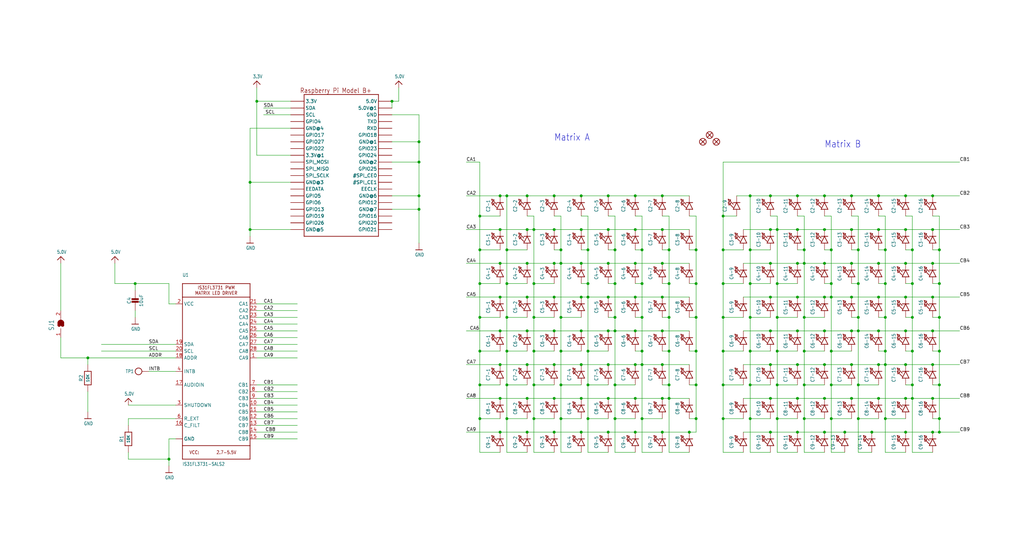
<source format=kicad_sch>
(kicad_sch (version 20230121) (generator eeschema)
  (paper "User" 384.861 210.007)
  (junction (at 289.56 73.66))
  (junction (at 271.78 157.48))
  (junction (at 292.1 132.08))
  (junction (at 187.96 162.56))
  (junction (at 281.94 93.98))
  (junction (at 299.72 137.16))
  (junction (at 320.04 73.66))
  (junction (at 187.96 111.76))
  (junction (at 198.12 111.76))
  (junction (at 187.96 124.46))
  (junction (at 353.06 162.56))
  (junction (at 218.44 73.66))
  (junction (at 281.94 119.38))
  (junction (at 289.56 124.46))
  (junction (at 340.36 73.66))
  (junction (at 289.56 149.86))
  (junction (at 231.14 106.68))
  (junction (at 238.76 137.16))
  (junction (at 96.52 38.1))
  (junction (at 157.48 78.74))
  (junction (at 327.66 162.56))
  (junction (at 50.8 106.68))
  (junction (at 190.5 106.68))
  (junction (at 208.28 137.16))
  (junction (at 147.32 38.1))
  (junction (at 289.56 86.36))
  (junction (at 218.44 149.86))
  (junction (at 261.62 119.38))
  (junction (at 299.72 73.66))
  (junction (at 198.12 99.06))
  (junction (at 180.34 81.28))
  (junction (at 299.72 149.86))
  (junction (at 330.2 111.76))
  (junction (at 251.46 149.86))
  (junction (at 302.26 144.78))
  (junction (at 342.9 93.98))
  (junction (at 302.26 132.08))
  (junction (at 241.3 106.68))
  (junction (at 261.62 157.48))
  (junction (at 157.48 60.96))
  (junction (at 281.94 132.08))
  (junction (at 320.04 99.06))
  (junction (at 180.34 144.78))
  (junction (at 281.94 106.68))
  (junction (at 299.72 99.06))
  (junction (at 332.74 157.48))
  (junction (at 353.06 157.48))
  (junction (at 271.78 93.98))
  (junction (at 340.36 149.86))
  (junction (at 302.26 99.06))
  (junction (at 312.42 93.98))
  (junction (at 261.62 106.68))
  (junction (at 231.14 124.46))
  (junction (at 190.5 144.78))
  (junction (at 302.26 93.98))
  (junction (at 180.34 93.98))
  (junction (at 190.5 119.38))
  (junction (at 241.3 93.98))
  (junction (at 330.2 149.86))
  (junction (at 312.42 111.76))
  (junction (at 261.62 144.78))
  (junction (at 309.88 162.56))
  (junction (at 322.58 119.38))
  (junction (at 320.04 111.76))
  (junction (at 309.88 99.06))
  (junction (at 198.12 137.16))
  (junction (at 208.28 73.66))
  (junction (at 353.06 119.38))
  (junction (at 251.46 93.98))
  (junction (at 350.52 137.16))
  (junction (at 320.04 124.46))
  (junction (at 340.36 99.06))
  (junction (at 238.76 124.46))
  (junction (at 200.66 106.68))
  (junction (at 198.12 124.46))
  (junction (at 332.74 132.08))
  (junction (at 33.02 134.62))
  (junction (at 180.34 132.08))
  (junction (at 330.2 86.36))
  (junction (at 238.76 73.66))
  (junction (at 157.48 53.34))
  (junction (at 208.28 99.06))
  (junction (at 220.98 93.98))
  (junction (at 228.6 124.46))
  (junction (at 248.92 137.16))
  (junction (at 332.74 106.68))
  (junction (at 248.92 162.56))
  (junction (at 210.82 144.78))
  (junction (at 340.36 111.76))
  (junction (at 299.72 162.56))
  (junction (at 208.28 162.56))
  (junction (at 248.92 149.86))
  (junction (at 320.04 137.16))
  (junction (at 231.14 157.48))
  (junction (at 248.92 111.76))
  (junction (at 342.9 106.68))
  (junction (at 281.94 73.66))
  (junction (at 251.46 144.78))
  (junction (at 190.5 73.66))
  (junction (at 292.1 106.68))
  (junction (at 281.94 144.78))
  (junction (at 220.98 157.48))
  (junction (at 289.56 137.16))
  (junction (at 220.98 111.76))
  (junction (at 340.36 137.16))
  (junction (at 157.48 73.66))
  (junction (at 228.6 73.66))
  (junction (at 198.12 149.86))
  (junction (at 241.3 157.48))
  (junction (at 330.2 137.16))
  (junction (at 350.52 162.56))
  (junction (at 190.5 157.48))
  (junction (at 350.52 149.86))
  (junction (at 228.6 86.36))
  (junction (at 251.46 132.08))
  (junction (at 180.34 119.38))
  (junction (at 312.42 106.68))
  (junction (at 350.52 73.66))
  (junction (at 340.36 162.56))
  (junction (at 187.96 137.16))
  (junction (at 342.9 132.08))
  (junction (at 218.44 86.36))
  (junction (at 320.04 149.86))
  (junction (at 200.66 86.36))
  (junction (at 180.34 106.68))
  (junction (at 248.92 73.66))
  (junction (at 271.78 144.78))
  (junction (at 342.9 149.86))
  (junction (at 259.08 162.56))
  (junction (at 231.14 119.38))
  (junction (at 208.28 149.86))
  (junction (at 218.44 162.56))
  (junction (at 190.5 93.98))
  (junction (at 271.78 106.68))
  (junction (at 208.28 124.46))
  (junction (at 353.06 144.78))
  (junction (at 228.6 111.76))
  (junction (at 218.44 137.16))
  (junction (at 208.28 86.36))
  (junction (at 241.3 132.08))
  (junction (at 312.42 144.78))
  (junction (at 220.98 144.78))
  (junction (at 251.46 119.38))
  (junction (at 292.1 119.38))
  (junction (at 198.12 73.66))
  (junction (at 312.42 132.08))
  (junction (at 190.5 132.08))
  (junction (at 210.82 93.98))
  (junction (at 271.78 119.38))
  (junction (at 220.98 132.08))
  (junction (at 309.88 86.36))
  (junction (at 292.1 86.36))
  (junction (at 200.66 157.48))
  (junction (at 302.26 157.48))
  (junction (at 187.96 86.36))
  (junction (at 289.56 162.56))
  (junction (at 238.76 162.56))
  (junction (at 340.36 86.36))
  (junction (at 322.58 93.98))
  (junction (at 238.76 111.76))
  (junction (at 322.58 157.48))
  (junction (at 218.44 99.06))
  (junction (at 342.9 144.78))
  (junction (at 312.42 157.48))
  (junction (at 208.28 111.76))
  (junction (at 330.2 124.46))
  (junction (at 302.26 119.38))
  (junction (at 248.92 124.46))
  (junction (at 353.06 132.08))
  (junction (at 322.58 124.46))
  (junction (at 248.92 99.06))
  (junction (at 248.92 86.36))
  (junction (at 210.82 119.38))
  (junction (at 210.82 99.06))
  (junction (at 292.1 144.78))
  (junction (at 93.98 68.58))
  (junction (at 200.66 119.38))
  (junction (at 210.82 157.48))
  (junction (at 353.06 93.98))
  (junction (at 350.52 99.06))
  (junction (at 231.14 93.98))
  (junction (at 198.12 86.36))
  (junction (at 198.12 162.56))
  (junction (at 228.6 137.16))
  (junction (at 340.36 124.46))
  (junction (at 320.04 86.36))
  (junction (at 299.72 124.46))
  (junction (at 309.88 149.86))
  (junction (at 210.82 132.08))
  (junction (at 309.88 73.66))
  (junction (at 220.98 106.68))
  (junction (at 353.06 106.68))
  (junction (at 261.62 93.98))
  (junction (at 187.96 149.86))
  (junction (at 271.78 132.08))
  (junction (at 180.34 157.48))
  (junction (at 228.6 149.86))
  (junction (at 350.52 111.76))
  (junction (at 299.72 111.76))
  (junction (at 251.46 106.68))
  (junction (at 218.44 124.46))
  (junction (at 322.58 144.78))
  (junction (at 261.62 132.08))
  (junction (at 187.96 73.66))
  (junction (at 93.98 86.36))
  (junction (at 271.78 81.28))
  (junction (at 330.2 99.06))
  (junction (at 228.6 162.56))
  (junction (at 238.76 99.06))
  (junction (at 218.44 111.76))
  (junction (at 317.5 162.56))
  (junction (at 281.94 157.48))
  (junction (at 289.56 111.76))
  (junction (at 228.6 99.06))
  (junction (at 342.9 119.38))
  (junction (at 332.74 137.16))
  (junction (at 63.5 172.72))
  (junction (at 330.2 73.66))
  (junction (at 299.72 86.36))
  (junction (at 289.56 99.06))
  (junction (at 200.66 132.08))
  (junction (at 332.74 119.38))
  (junction (at 187.96 99.06))
  (junction (at 292.1 157.48))
  (junction (at 231.14 144.78))
  (junction (at 322.58 106.68))
  (junction (at 200.66 144.78))
  (junction (at 350.52 124.46))
  (junction (at 238.76 149.86))
  (junction (at 350.52 86.36))
  (junction (at 309.88 111.76))
  (junction (at 241.3 137.16))
  (junction (at 238.76 86.36))
  (junction (at 241.3 119.38))
  (junction (at 309.88 137.16))
  (junction (at 332.74 93.98))
  (junction (at 309.88 124.46))
  (wire (pts (xy 353.06 119.38) (xy 353.06 132.08)) (stroke (width 0.1524)))
  (wire (pts (xy 241.3 119.38) (xy 241.3 132.08)) (stroke (width 0.1524)))
  (wire (pts (xy 350.52 119.38) (xy 353.06 119.38)) (stroke (width 0.1524)))
  (wire (pts (xy 200.66 170.18) (xy 208.28 170.18)) (stroke (width 0.1524)))
  (wire (pts (xy 96.52 149.86) (xy 111.76 149.86)) (stroke (width 0.1524)))
  (wire (pts (xy 50.8 106.68) (xy 63.5 106.68)) (stroke (width 0.1524)))
  (wire (pts (xy 281.94 93.98) (xy 281.94 106.68)) (stroke (width 0.1524)))
  (wire (pts (xy 238.76 86.36) (xy 228.6 86.36)) (stroke (width 0.1524)))
  (wire (pts (xy 259.08 93.98) (xy 261.62 93.98)) (stroke (width 0.1524)))
  (wire (pts (xy 238.76 162.56) (xy 228.6 162.56)) (stroke (width 0.1524)))
  (wire (pts (xy 63.5 165.1) (xy 63.5 172.72)) (stroke (width 0.1524)))
  (wire (pts (xy 289.56 81.28) (xy 292.1 81.28)) (stroke (width 0.1524)))
  (wire (pts (xy 289.56 162.56) (xy 299.72 162.56)) (stroke (width 0.1524)))
  (wire (pts (xy 248.92 111.76) (xy 238.76 111.76)) (stroke (width 0.1524)))
  (wire (pts (xy 200.66 119.38) (xy 200.66 132.08)) (stroke (width 0.1524)))
  (wire (pts (xy 63.5 114.3) (xy 66.04 114.3)) (stroke (width 0.1524)))
  (wire (pts (xy 309.88 106.68) (xy 312.42 106.68)) (stroke (width 0.1524)))
  (wire (pts (xy 302.26 170.18) (xy 309.88 170.18)) (stroke (width 0.1524)))
  (wire (pts (xy 210.82 132.08) (xy 210.82 144.78)) (stroke (width 0.1524)))
  (wire (pts (xy 96.52 157.48) (xy 111.76 157.48)) (stroke (width 0.1524)))
  (wire (pts (xy 48.26 157.48) (xy 48.26 160.02)) (stroke (width 0.1524)))
  (wire (pts (xy 208.28 162.56) (xy 198.12 162.56)) (stroke (width 0.1524)))
  (wire (pts (xy 271.78 81.28) (xy 271.78 93.98)) (stroke (width 0.1524)))
  (wire (pts (xy 63.5 172.72) (xy 48.26 172.72)) (stroke (width 0.1524)))
  (wire (pts (xy 175.26 60.96) (xy 180.34 60.96)) (stroke (width 0.1524)))
  (wire (pts (xy 66.04 157.48) (xy 48.26 157.48)) (stroke (width 0.1524)))
  (wire (pts (xy 261.62 81.28) (xy 261.62 93.98)) (stroke (width 0.1524)))
  (wire (pts (xy 332.74 137.16) (xy 340.36 137.16)) (stroke (width 0.1524)))
  (wire (pts (xy 322.58 106.68) (xy 322.58 119.38)) (stroke (width 0.1524)))
  (wire (pts (xy 289.56 137.16) (xy 299.72 137.16)) (stroke (width 0.1524)))
  (wire (pts (xy 299.72 73.66) (xy 309.88 73.66)) (stroke (width 0.1524)))
  (wire (pts (xy 231.14 93.98) (xy 231.14 106.68)) (stroke (width 0.1524)))
  (wire (pts (xy 190.5 73.66) (xy 187.96 73.66)) (stroke (width 0.1524)))
  (wire (pts (xy 33.02 134.62) (xy 22.86 134.62)) (stroke (width 0.1524)))
  (wire (pts (xy 353.06 93.98) (xy 353.06 106.68)) (stroke (width 0.1524)))
  (wire (pts (xy 320.04 132.08) (xy 312.42 132.08)) (stroke (width 0.1524)))
  (wire (pts (xy 96.52 38.1) (xy 96.52 33.02)) (stroke (width 0.1524)))
  (wire (pts (xy 312.42 170.18) (xy 312.42 157.48)) (stroke (width 0.1524)))
  (wire (pts (xy 340.36 137.16) (xy 350.52 137.16)) (stroke (width 0.1524)))
  (wire (pts (xy 147.32 40.64) (xy 147.32 38.1)) (stroke (width 0.1524)))
  (wire (pts (xy 340.36 162.56) (xy 350.52 162.56)) (stroke (width 0.1524)))
  (wire (pts (xy 190.5 170.18) (xy 198.12 170.18)) (stroke (width 0.1524)))
  (wire (pts (xy 271.78 144.78) (xy 271.78 157.48)) (stroke (width 0.1524)))
  (wire (pts (xy 241.3 137.16) (xy 238.76 137.16)) (stroke (width 0.1524)))
  (wire (pts (xy 228.6 149.86) (xy 218.44 149.86)) (stroke (width 0.1524)))
  (wire (pts (xy 231.14 144.78) (xy 231.14 157.48)) (stroke (width 0.1524)))
  (wire (pts (xy 330.2 144.78) (xy 322.58 144.78)) (stroke (width 0.1524)))
  (wire (pts (xy 322.58 81.28) (xy 322.58 93.98)) (stroke (width 0.1524)))
  (wire (pts (xy 231.14 124.46) (xy 228.6 124.46)) (stroke (width 0.1524)))
  (wire (pts (xy 332.74 170.18) (xy 340.36 170.18)) (stroke (width 0.1524)))
  (wire (pts (xy 292.1 106.68) (xy 292.1 119.38)) (stroke (width 0.1524)))
  (wire (pts (xy 218.44 106.68) (xy 220.98 106.68)) (stroke (width 0.1524)))
  (wire (pts (xy 66.04 139.7) (xy 55.88 139.7)) (stroke (width 0.1524)))
  (wire (pts (xy 353.06 144.78) (xy 353.06 157.48)) (stroke (width 0.1524)))
  (wire (pts (xy 259.08 111.76) (xy 248.92 111.76)) (stroke (width 0.1524)))
  (wire (pts (xy 251.46 149.86) (xy 251.46 170.18)) (stroke (width 0.1524)))
  (wire (pts (xy 198.12 81.28) (xy 200.66 81.28)) (stroke (width 0.1524)))
  (wire (pts (xy 259.08 81.28) (xy 261.62 81.28)) (stroke (width 0.1524)))
  (wire (pts (xy 157.48 60.96) (xy 157.48 73.66)) (stroke (width 0.1524)))
  (wire (pts (xy 96.52 147.32) (xy 111.76 147.32)) (stroke (width 0.1524)))
  (wire (pts (xy 218.44 99.06) (xy 210.82 99.06)) (stroke (width 0.1524)))
  (wire (pts (xy 340.36 132.08) (xy 342.9 132.08)) (stroke (width 0.1524)))
  (wire (pts (xy 180.34 170.18) (xy 187.96 170.18)) (stroke (width 0.1524)))
  (wire (pts (xy 218.44 93.98) (xy 220.98 93.98)) (stroke (width 0.1524)))
  (wire (pts (xy 218.44 157.48) (xy 210.82 157.48)) (stroke (width 0.1524)))
  (wire (pts (xy 187.96 81.28) (xy 180.34 81.28)) (stroke (width 0.1524)))
  (wire (pts (xy 312.42 93.98) (xy 312.42 81.28)) (stroke (width 0.1524)))
  (wire (pts (xy 309.88 111.76) (xy 312.42 111.76)) (stroke (width 0.1524)))
  (wire (pts (xy 299.72 106.68) (xy 292.1 106.68)) (stroke (width 0.1524)))
  (wire (pts (xy 299.72 149.86) (xy 309.88 149.86)) (stroke (width 0.1524)))
  (wire (pts (xy 66.04 132.08) (xy 38.1 132.08)) (stroke (width 0.1524)))
  (wire (pts (xy 320.04 124.46) (xy 322.58 124.46)) (stroke (width 0.1524)))
  (wire (pts (xy 292.1 86.36) (xy 292.1 106.68)) (stroke (width 0.1524)))
  (wire (pts (xy 248.92 132.08) (xy 251.46 132.08)) (stroke (width 0.1524)))
  (wire (pts (xy 190.5 157.48) (xy 190.5 170.18)) (stroke (width 0.1524)))
  (wire (pts (xy 299.72 124.46) (xy 309.88 124.46)) (stroke (width 0.1524)))
  (wire (pts (xy 187.96 137.16) (xy 175.26 137.16)) (stroke (width 0.1524)))
  (wire (pts (xy 309.88 86.36) (xy 320.04 86.36)) (stroke (width 0.1524)))
  (wire (pts (xy 210.82 99.06) (xy 210.82 119.38)) (stroke (width 0.1524)))
  (wire (pts (xy 309.88 157.48) (xy 302.26 157.48)) (stroke (width 0.1524)))
  (wire (pts (xy 93.98 68.58) (xy 93.98 86.36)) (stroke (width 0.1524)))
  (wire (pts (xy 218.44 111.76) (xy 208.28 111.76)) (stroke (width 0.1524)))
  (wire (pts (xy 309.88 124.46) (xy 320.04 124.46)) (stroke (width 0.1524)))
  (wire (pts (xy 251.46 144.78) (xy 251.46 149.86)) (stroke (width 0.1524)))
  (wire (pts (xy 309.88 137.16) (xy 320.04 137.16)) (stroke (width 0.1524)))
  (wire (pts (xy 248.92 149.86) (xy 238.76 149.86)) (stroke (width 0.1524)))
  (wire (pts (xy 248.92 119.38) (xy 251.46 119.38)) (stroke (width 0.1524)))
  (wire (pts (xy 279.4 86.36) (xy 289.56 86.36)) (stroke (width 0.1524)))
  (wire (pts (xy 208.28 149.86) (xy 198.12 149.86)) (stroke (width 0.1524)))
  (wire (pts (xy 261.62 119.38) (xy 261.62 132.08)) (stroke (width 0.1524)))
  (wire (pts (xy 350.52 93.98) (xy 353.06 93.98)) (stroke (width 0.1524)))
  (wire (pts (xy 208.28 124.46) (xy 198.12 124.46)) (stroke (width 0.1524)))
  (wire (pts (xy 292.1 81.28) (xy 292.1 86.36)) (stroke (width 0.1524)))
  (wire (pts (xy 259.08 99.06) (xy 248.92 99.06)) (stroke (width 0.1524)))
  (wire (pts (xy 299.72 81.28) (xy 302.26 81.28)) (stroke (width 0.1524)))
  (wire (pts (xy 180.34 60.96) (xy 180.34 81.28)) (stroke (width 0.1524)))
  (wire (pts (xy 187.96 86.36) (xy 175.26 86.36)) (stroke (width 0.1524)))
  (wire (pts (xy 342.9 144.78) (xy 342.9 149.86)) (stroke (width 0.1524)))
  (wire (pts (xy 210.82 81.28) (xy 210.82 93.98)) (stroke (width 0.1524)))
  (wire (pts (xy 259.08 162.56) (xy 248.92 162.56)) (stroke (width 0.1524)))
  (wire (pts (xy 309.88 99.06) (xy 320.04 99.06)) (stroke (width 0.1524)))
  (wire (pts (xy 228.6 144.78) (xy 220.98 144.78)) (stroke (width 0.1524)))
  (wire (pts (xy 50.8 106.68) (xy 50.8 109.22)) (stroke (width 0.1524)))
  (wire (pts (xy 350.52 124.46) (xy 360.68 124.46)) (stroke (width 0.1524)))
  (wire (pts (xy 241.3 157.48) (xy 241.3 170.18)) (stroke (width 0.1524)))
  (wire (pts (xy 180.34 132.08) (xy 180.34 144.78)) (stroke (width 0.1524)))
  (wire (pts (xy 180.34 144.78) (xy 180.34 157.48)) (stroke (width 0.1524)))
  (wire (pts (xy 299.72 99.06) (xy 302.26 99.06)) (stroke (width 0.1524)))
  (wire (pts (xy 261.62 106.68) (xy 261.62 119.38)) (stroke (width 0.1524)))
  (wire (pts (xy 342.9 106.68) (xy 342.9 119.38)) (stroke (width 0.1524)))
  (wire (pts (xy 322.58 157.48) (xy 322.58 170.18)) (stroke (width 0.1524)))
  (wire (pts (xy 320.04 99.06) (xy 330.2 99.06)) (stroke (width 0.1524)))
  (wire (pts (xy 320.04 111.76) (xy 330.2 111.76)) (stroke (width 0.1524)))
  (wire (pts (xy 312.42 111.76) (xy 320.04 111.76)) (stroke (width 0.1524)))
  (wire (pts (xy 187.96 157.48) (xy 180.34 157.48)) (stroke (width 0.1524)))
  (wire (pts (xy 109.22 86.36) (xy 93.98 86.36)) (stroke (width 0.1524)))
  (wire (pts (xy 281.94 132.08) (xy 281.94 144.78)) (stroke (width 0.1524)))
  (wire (pts (xy 271.78 93.98) (xy 271.78 106.68)) (stroke (width 0.1524)))
  (wire (pts (xy 210.82 144.78) (xy 210.82 157.48)) (stroke (width 0.1524)))
  (wire (pts (xy 198.12 144.78) (xy 190.5 144.78)) (stroke (width 0.1524)))
  (wire (pts (xy 299.72 132.08) (xy 292.1 132.08)) (stroke (width 0.1524)))
  (wire (pts (xy 96.52 114.3) (xy 111.76 114.3)) (stroke (width 0.1524)))
  (wire (pts (xy 200.66 157.48) (xy 200.66 170.18)) (stroke (width 0.1524)))
  (wire (pts (xy 353.06 81.28) (xy 353.06 93.98)) (stroke (width 0.1524)))
  (wire (pts (xy 279.4 106.68) (xy 271.78 106.68)) (stroke (width 0.1524)))
  (wire (pts (xy 302.26 99.06) (xy 302.26 119.38)) (stroke (width 0.1524)))
  (wire (pts (xy 251.46 119.38) (xy 251.46 132.08)) (stroke (width 0.1524)))
  (wire (pts (xy 299.72 137.16) (xy 309.88 137.16)) (stroke (width 0.1524)))
  (wire (pts (xy 330.2 157.48) (xy 322.58 157.48)) (stroke (width 0.1524)))
  (wire (pts (xy 238.76 149.86) (xy 228.6 149.86)) (stroke (width 0.1524)))
  (wire (pts (xy 309.88 162.56) (xy 317.5 162.56)) (stroke (width 0.1524)))
  (wire (pts (xy 109.22 58.42) (xy 96.52 58.42)) (stroke (width 0.1524)))
  (wire (pts (xy 93.98 86.36) (xy 93.98 88.9)) (stroke (width 0.1524)))
  (wire (pts (xy 228.6 132.08) (xy 220.98 132.08)) (stroke (width 0.1524)))
  (wire (pts (xy 147.32 38.1) (xy 149.86 38.1)) (stroke (width 0.1524)))
  (wire (pts (xy 147.32 53.34) (xy 157.48 53.34)) (stroke (width 0.1524)))
  (wire (pts (xy 187.96 144.78) (xy 180.34 144.78)) (stroke (width 0.1524)))
  (wire (pts (xy 96.52 134.62) (xy 111.76 134.62)) (stroke (width 0.1524)))
  (wire (pts (xy 332.74 157.48) (xy 332.74 170.18)) (stroke (width 0.1524)))
  (wire (pts (xy 147.32 78.74) (xy 157.48 78.74)) (stroke (width 0.1524)))
  (wire (pts (xy 279.4 162.56) (xy 289.56 162.56)) (stroke (width 0.1524)))
  (wire (pts (xy 350.52 99.06) (xy 360.68 99.06)) (stroke (width 0.1524)))
  (wire (pts (xy 210.82 93.98) (xy 210.82 99.06)) (stroke (width 0.1524)))
  (wire (pts (xy 259.08 132.08) (xy 261.62 132.08)) (stroke (width 0.1524)))
  (wire (pts (xy 271.78 60.96) (xy 360.68 60.96)) (stroke (width 0.1524)))
  (wire (pts (xy 228.6 73.66) (xy 218.44 73.66)) (stroke (width 0.1524)))
  (wire (pts (xy 208.28 157.48) (xy 200.66 157.48)) (stroke (width 0.1524)))
  (wire (pts (xy 350.52 86.36) (xy 360.68 86.36)) (stroke (width 0.1524)))
  (wire (pts (xy 342.9 93.98) (xy 342.9 106.68)) (stroke (width 0.1524)))
  (wire (pts (xy 330.2 124.46) (xy 340.36 124.46)) (stroke (width 0.1524)))
  (wire (pts (xy 218.44 73.66) (xy 208.28 73.66)) (stroke (width 0.1524)))
  (wire (pts (xy 63.5 106.68) (xy 63.5 114.3)) (stroke (width 0.1524)))
  (wire (pts (xy 66.04 152.4) (xy 48.26 152.4)) (stroke (width 0.1524)))
  (wire (pts (xy 228.6 137.16) (xy 218.44 137.16)) (stroke (width 0.1524)))
  (wire (pts (xy 309.88 149.86) (xy 320.04 149.86)) (stroke (width 0.1524)))
  (wire (pts (xy 330.2 73.66) (xy 340.36 73.66)) (stroke (width 0.1524)))
  (wire (pts (xy 248.92 81.28) (xy 251.46 81.28)) (stroke (width 0.1524)))
  (wire (pts (xy 238.76 99.06) (xy 228.6 99.06)) (stroke (width 0.1524)))
  (wire (pts (xy 218.44 124.46) (xy 208.28 124.46)) (stroke (width 0.1524)))
  (wire (pts (xy 289.56 149.86) (xy 299.72 149.86)) (stroke (width 0.1524)))
  (wire (pts (xy 309.88 144.78) (xy 302.26 144.78)) (stroke (width 0.1524)))
  (wire (pts (xy 96.52 162.56) (xy 111.76 162.56)) (stroke (width 0.1524)))
  (wire (pts (xy 198.12 157.48) (xy 190.5 157.48)) (stroke (width 0.1524)))
  (wire (pts (xy 228.6 162.56) (xy 218.44 162.56)) (stroke (width 0.1524)))
  (wire (pts (xy 187.96 93.98) (xy 180.34 93.98)) (stroke (width 0.1524)))
  (wire (pts (xy 302.26 99.06) (xy 309.88 99.06)) (stroke (width 0.1524)))
  (wire (pts (xy 330.2 86.36) (xy 340.36 86.36)) (stroke (width 0.1524)))
  (wire (pts (xy 99.06 40.64) (xy 109.22 40.64)) (stroke (width 0.1524)))
  (wire (pts (xy 210.82 157.48) (xy 210.82 170.18)) (stroke (width 0.1524)))
  (wire (pts (xy 271.78 106.68) (xy 271.78 119.38)) (stroke (width 0.1524)))
  (wire (pts (xy 200.66 132.08) (xy 200.66 144.78)) (stroke (width 0.1524)))
  (wire (pts (xy 248.92 99.06) (xy 238.76 99.06)) (stroke (width 0.1524)))
  (wire (pts (xy 190.5 119.38) (xy 190.5 132.08)) (stroke (width 0.1524)))
  (wire (pts (xy 259.08 73.66) (xy 248.92 73.66)) (stroke (width 0.1524)))
  (wire (pts (xy 157.48 53.34) (xy 157.48 60.96)) (stroke (width 0.1524)))
  (wire (pts (xy 281.94 73.66) (xy 289.56 73.66)) (stroke (width 0.1524)))
  (wire (pts (xy 231.14 81.28) (xy 231.14 93.98)) (stroke (width 0.1524)))
  (wire (pts (xy 200.66 144.78) (xy 200.66 157.48)) (stroke (width 0.1524)))
  (wire (pts (xy 96.52 165.1) (xy 111.76 165.1)) (stroke (width 0.1524)))
  (wire (pts (xy 208.28 132.08) (xy 200.66 132.08)) (stroke (width 0.1524)))
  (wire (pts (xy 309.88 119.38) (xy 302.26 119.38)) (stroke (width 0.1524)))
  (wire (pts (xy 320.04 144.78) (xy 312.42 144.78)) (stroke (width 0.1524)))
  (wire (pts (xy 340.36 111.76) (xy 350.52 111.76)) (stroke (width 0.1524)))
  (wire (pts (xy 320.04 157.48) (xy 312.42 157.48)) (stroke (width 0.1524)))
  (wire (pts (xy 302.26 144.78) (xy 302.26 157.48)) (stroke (width 0.1524)))
  (wire (pts (xy 342.9 119.38) (xy 342.9 132.08)) (stroke (width 0.1524)))
  (wire (pts (xy 96.52 58.42) (xy 96.52 38.1)) (stroke (width 0.1524)))
  (wire (pts (xy 228.6 86.36) (xy 218.44 86.36)) (stroke (width 0.1524)))
  (wire (pts (xy 259.08 119.38) (xy 261.62 119.38)) (stroke (width 0.1524)))
  (wire (pts (xy 299.72 119.38) (xy 292.1 119.38)) (stroke (width 0.1524)))
  (wire (pts (xy 320.04 149.86) (xy 330.2 149.86)) (stroke (width 0.1524)))
  (wire (pts (xy 248.92 144.78) (xy 251.46 144.78)) (stroke (width 0.1524)))
  (wire (pts (xy 228.6 106.68) (xy 231.14 106.68)) (stroke (width 0.1524)))
  (wire (pts (xy 33.02 134.62) (xy 33.02 137.16)) (stroke (width 0.1524)))
  (wire (pts (xy 299.72 86.36) (xy 309.88 86.36)) (stroke (width 0.1524)))
  (wire (pts (xy 342.9 149.86) (xy 350.52 149.86)) (stroke (width 0.1524)))
  (wire (pts (xy 299.72 144.78) (xy 292.1 144.78)) (stroke (width 0.1524)))
  (wire (pts (xy 66.04 134.62) (xy 33.02 134.62)) (stroke (width 0.1524)))
  (wire (pts (xy 279.4 132.08) (xy 271.78 132.08)) (stroke (width 0.1524)))
  (wire (pts (xy 238.76 157.48) (xy 231.14 157.48)) (stroke (width 0.1524)))
  (wire (pts (xy 238.76 137.16) (xy 228.6 137.16)) (stroke (width 0.1524)))
  (wire (pts (xy 218.44 162.56) (xy 208.28 162.56)) (stroke (width 0.1524)))
  (wire (pts (xy 109.22 48.26) (xy 93.98 48.26)) (stroke (width 0.1524)))
  (wire (pts (xy 317.5 162.56) (xy 327.66 162.56)) (stroke (width 0.1524)))
  (wire (pts (xy 218.44 144.78) (xy 210.82 144.78)) (stroke (width 0.1524)))
  (wire (pts (xy 271.78 170.18) (xy 279.4 170.18)) (stroke (width 0.1524)))
  (wire (pts (xy 330.2 111.76) (xy 340.36 111.76)) (stroke (width 0.1524)))
  (wire (pts (xy 320.04 119.38) (xy 322.58 119.38)) (stroke (width 0.1524)))
  (wire (pts (xy 231.14 157.48) (xy 231.14 170.18)) (stroke (width 0.1524)))
  (wire (pts (xy 289.56 99.06) (xy 299.72 99.06)) (stroke (width 0.1524)))
  (wire (pts (xy 208.28 144.78) (xy 200.66 144.78)) (stroke (width 0.1524)))
  (wire (pts (xy 312.42 132.08) (xy 312.42 111.76)) (stroke (width 0.1524)))
  (wire (pts (xy 350.52 149.86) (xy 360.68 149.86)) (stroke (width 0.1524)))
  (wire (pts (xy 218.44 149.86) (xy 208.28 149.86)) (stroke (width 0.1524)))
  (wire (pts (xy 180.34 93.98) (xy 180.34 106.68)) (stroke (width 0.1524)))
  (wire (pts (xy 210.82 119.38) (xy 210.82 132.08)) (stroke (width 0.1524)))
  (wire (pts (xy 342.9 149.86) (xy 342.9 170.18)) (stroke (width 0.1524)))
  (wire (pts (xy 279.4 157.48) (xy 271.78 157.48)) (stroke (width 0.1524)))
  (wire (pts (xy 299.72 162.56) (xy 309.88 162.56)) (stroke (width 0.1524)))
  (wire (pts (xy 353.06 106.68) (xy 353.06 119.38)) (stroke (width 0.1524)))
  (wire (pts (xy 353.06 132.08) (xy 353.06 144.78)) (stroke (width 0.1524)))
  (wire (pts (xy 208.28 81.28) (xy 210.82 81.28)) (stroke (width 0.1524)))
  (wire (pts (xy 248.92 73.66) (xy 238.76 73.66)) (stroke (width 0.1524)))
  (wire (pts (xy 238.76 93.98) (xy 241.3 93.98)) (stroke (width 0.1524)))
  (wire (pts (xy 251.46 81.28) (xy 251.46 93.98)) (stroke (width 0.1524)))
  (wire (pts (xy 320.04 81.28) (xy 322.58 81.28)) (stroke (width 0.1524)))
  (wire (pts (xy 66.04 129.54) (xy 38.1 129.54)) (stroke (width 0.1524)))
  (wire (pts (xy 281.94 73.66) (xy 281.94 93.98)) (stroke (width 0.1524)))
  (wire (pts (xy 190.5 106.68) (xy 190.5 119.38)) (stroke (width 0.1524)))
  (wire (pts (xy 220.98 111.76) (xy 220.98 132.08)) (stroke (width 0.1524)))
  (wire (pts (xy 187.96 124.46) (xy 175.26 124.46)) (stroke (width 0.1524)))
  (wire (pts (xy 231.14 170.18) (xy 238.76 170.18)) (stroke (width 0.1524)))
  (wire (pts (xy 350.52 81.28) (xy 353.06 81.28)) (stroke (width 0.1524)))
  (wire (pts (xy 22.86 116.84) (xy 22.86 99.06)) (stroke (width 0.1524)))
  (wire (pts (xy 198.12 137.16) (xy 187.96 137.16)) (stroke (width 0.1524)))
  (wire (pts (xy 281.94 144.78) (xy 281.94 157.48)) (stroke (width 0.1524)))
  (wire (pts (xy 292.1 119.38) (xy 292.1 132.08)) (stroke (width 0.1524)))
  (wire (pts (xy 218.44 119.38) (xy 210.82 119.38)) (stroke (width 0.1524)))
  (wire (pts (xy 299.72 111.76) (xy 309.88 111.76)) (stroke (width 0.1524)))
  (wire (pts (xy 180.34 119.38) (xy 180.34 132.08)) (stroke (width 0.1524)))
  (wire (pts (xy 228.6 99.06) (xy 218.44 99.06)) (stroke (width 0.1524)))
  (wire (pts (xy 322.58 170.18) (xy 327.66 170.18)) (stroke (width 0.1524)))
  (wire (pts (xy 238.76 124.46) (xy 231.14 124.46)) (stroke (width 0.1524)))
  (wire (pts (xy 190.5 73.66) (xy 190.5 93.98)) (stroke (width 0.1524)))
  (wire (pts (xy 198.12 99.06) (xy 187.96 99.06)) (stroke (width 0.1524)))
  (wire (pts (xy 251.46 93.98) (xy 251.46 106.68)) (stroke (width 0.1524)))
  (wire (pts (xy 332.74 119.38) (xy 332.74 132.08)) (stroke (width 0.1524)))
  (wire (pts (xy 198.12 124.46) (xy 187.96 124.46)) (stroke (width 0.1524)))
  (wire (pts (xy 198.12 119.38) (xy 190.5 119.38)) (stroke (width 0.1524)))
  (wire (pts (xy 147.32 60.96) (xy 157.48 60.96)) (stroke (width 0.1524)))
  (wire (pts (xy 228.6 119.38) (xy 231.14 119.38)) (stroke (width 0.1524)))
  (wire (pts (xy 198.12 106.68) (xy 190.5 106.68)) (stroke (width 0.1524)))
  (wire (pts (xy 208.28 106.68) (xy 200.66 106.68)) (stroke (width 0.1524)))
  (wire (pts (xy 96.52 129.54) (xy 111.76 129.54)) (stroke (width 0.1524)))
  (wire (pts (xy 330.2 81.28) (xy 332.74 81.28)) (stroke (width 0.1524)))
  (wire (pts (xy 198.12 111.76) (xy 187.96 111.76)) (stroke (width 0.1524)))
  (wire (pts (xy 340.36 81.28) (xy 342.9 81.28)) (stroke (width 0.1524)))
  (wire (pts (xy 340.36 99.06) (xy 350.52 99.06)) (stroke (width 0.1524)))
  (wire (pts (xy 309.88 93.98) (xy 312.42 93.98)) (stroke (width 0.1524)))
  (wire (pts (xy 187.96 149.86) (xy 175.26 149.86)) (stroke (width 0.1524)))
  (wire (pts (xy 220.98 81.28) (xy 220.98 93.98)) (stroke (width 0.1524)))
  (wire (pts (xy 340.36 86.36) (xy 350.52 86.36)) (stroke (width 0.1524)))
  (wire (pts (xy 238.76 106.68) (xy 241.3 106.68)) (stroke (width 0.1524)))
  (wire (pts (xy 241.3 106.68) (xy 241.3 119.38)) (stroke (width 0.1524)))
  (wire (pts (xy 187.96 106.68) (xy 180.34 106.68)) (stroke (width 0.1524)))
  (wire (pts (xy 220.98 170.18) (xy 228.6 170.18)) (stroke (width 0.1524)))
  (wire (pts (xy 312.42 106.68) (xy 312.42 93.98)) (stroke (width 0.1524)))
  (wire (pts (xy 317.5 170.18) (xy 312.42 170.18)) (stroke (width 0.1524)))
  (wire (pts (xy 322.58 93.98) (xy 322.58 106.68)) (stroke (width 0.1524)))
  (wire (pts (xy 302.26 81.28) (xy 302.26 93.98)) (stroke (width 0.1524)))
  (wire (pts (xy 210.82 170.18) (xy 218.44 170.18)) (stroke (width 0.1524)))
  (wire (pts (xy 109.22 38.1) (xy 96.52 38.1)) (stroke (width 0.1524)))
  (wire (pts (xy 190.5 132.08) (xy 190.5 144.78)) (stroke (width 0.1524)))
  (wire (pts (xy 292.1 170.18) (xy 299.72 170.18)) (stroke (width 0.1524)))
  (wire (pts (xy 190.5 144.78) (xy 190.5 157.48)) (stroke (width 0.1524)))
  (wire (pts (xy 302.26 157.48) (xy 302.26 170.18)) (stroke (width 0.1524)))
  (wire (pts (xy 289.56 73.66) (xy 299.72 73.66)) (stroke (width 0.1524)))
  (wire (pts (xy 271.78 119.38) (xy 271.78 132.08)) (stroke (width 0.1524)))
  (wire (pts (xy 238.76 119.38) (xy 241.3 119.38)) (stroke (width 0.1524)))
  (wire (pts (xy 350.52 106.68) (xy 353.06 106.68)) (stroke (width 0.1524)))
  (wire (pts (xy 43.18 106.68) (xy 50.8 106.68)) (stroke (width 0.1524)))
  (wire (pts (xy 261.62 157.48) (xy 261.62 162.56)) (stroke (width 0.1524)))
  (wire (pts (xy 218.44 81.28) (xy 220.98 81.28)) (stroke (width 0.1524)))
  (wire (pts (xy 322.58 119.38) (xy 322.58 124.46)) (stroke (width 0.1524)))
  (wire (pts (xy 302.26 132.08) (xy 302.26 144.78)) (stroke (width 0.1524)))
  (wire (pts (xy 292.1 144.78) (xy 292.1 157.48)) (stroke (width 0.1524)))
  (wire (pts (xy 292.1 157.48) (xy 292.1 170.18)) (stroke (width 0.1524)))
  (wire (pts (xy 200.66 86.36) (xy 198.12 86.36)) (stroke (width 0.1524)))
  (wire (pts (xy 208.28 137.16) (xy 198.12 137.16)) (stroke (width 0.1524)))
  (wire (pts (xy 180.34 106.68) (xy 180.34 119.38)) (stroke (width 0.1524)))
  (wire (pts (xy 187.96 99.06) (xy 175.26 99.06)) (stroke (width 0.1524)))
  (wire (pts (xy 228.6 81.28) (xy 231.14 81.28)) (stroke (width 0.1524)))
  (wire (pts (xy 330.2 132.08) (xy 332.74 132.08)) (stroke (width 0.1524)))
  (wire (pts (xy 231.14 106.68) (xy 231.14 119.38)) (stroke (width 0.1524)))
  (wire (pts (xy 276.86 81.28) (xy 271.78 81.28)) (stroke (width 0.1524)))
  (wire (pts (xy 220.98 132.08) (xy 220.98 144.78)) (stroke (width 0.1524)))
  (wire (pts (xy 228.6 93.98) (xy 231.14 93.98)) (stroke (width 0.1524)))
  (wire (pts (xy 238.76 144.78) (xy 231.14 144.78)) (stroke (width 0.1524)))
  (wire (pts (xy 157.48 73.66) (xy 157.48 78.74)) (stroke (width 0.1524)))
  (wire (pts (xy 281.94 157.48) (xy 281.94 170.18)) (stroke (width 0.1524)))
  (wire (pts (xy 259.08 106.68) (xy 261.62 106.68)) (stroke (width 0.1524)))
  (wire (pts (xy 279.4 111.76) (xy 289.56 111.76)) (stroke (width 0.1524)))
  (wire (pts (xy 210.82 99.06) (xy 208.28 99.06)) (stroke (width 0.1524)))
  (wire (pts (xy 96.52 124.46) (xy 111.76 124.46)) (stroke (width 0.1524)))
  (wire (pts (xy 33.02 154.94) (xy 33.02 147.32)) (stroke (width 0.1524)))
  (wire (pts (xy 96.52 144.78) (xy 111.76 144.78)) (stroke (width 0.1524)))
  (wire (pts (xy 241.3 93.98) (xy 241.3 106.68)) (stroke (width 0.1524)))
  (wire (pts (xy 332.74 132.08) (xy 332.74 137.16)) (stroke (width 0.1524)))
  (wire (pts (xy 261.62 132.08) (xy 261.62 144.78)) (stroke (width 0.1524)))
  (wire (pts (xy 248.92 157.48) (xy 241.3 157.48)) (stroke (width 0.1524)))
  (wire (pts (xy 330.2 137.16) (xy 332.74 137.16)) (stroke (width 0.1524)))
  (wire (pts (xy 180.34 157.48) (xy 180.34 170.18)) (stroke (width 0.1524)))
  (wire (pts (xy 93.98 48.26) (xy 93.98 68.58)) (stroke (width 0.1524)))
  (wire (pts (xy 228.6 124.46) (xy 218.44 124.46)) (stroke (width 0.1524)))
  (wire (pts (xy 200.66 81.28) (xy 200.66 86.36)) (stroke (width 0.1524)))
  (wire (pts (xy 340.36 106.68) (xy 342.9 106.68)) (stroke (width 0.1524)))
  (wire (pts (xy 312.42 111.76) (xy 312.42 106.68)) (stroke (width 0.1524)))
  (wire (pts (xy 261.62 93.98) (xy 261.62 106.68)) (stroke (width 0.1524)))
  (wire (pts (xy 228.6 111.76) (xy 220.98 111.76)) (stroke (width 0.1524)))
  (wire (pts (xy 322.58 124.46) (xy 330.2 124.46)) (stroke (width 0.1524)))
  (wire (pts (xy 330.2 99.06) (xy 340.36 99.06)) (stroke (width 0.1524)))
  (wire (pts (xy 241.3 132.08) (xy 241.3 137.16)) (stroke (width 0.1524)))
  (wire (pts (xy 218.44 86.36) (xy 208.28 86.36)) (stroke (width 0.1524)))
  (wire (pts (xy 302.26 119.38) (xy 302.26 132.08)) (stroke (width 0.1524)))
  (wire (pts (xy 147.32 73.66) (xy 157.48 73.66)) (stroke (width 0.1524)))
  (wire (pts (xy 289.56 157.48) (xy 281.94 157.48)) (stroke (width 0.1524)))
  (wire (pts (xy 241.3 170.18) (xy 248.92 170.18)) (stroke (width 0.1524)))
  (wire (pts (xy 96.52 154.94) (xy 111.76 154.94)) (stroke (width 0.1524)))
  (wire (pts (xy 96.52 116.84) (xy 111.76 116.84)) (stroke (width 0.1524)))
  (wire (pts (xy 330.2 106.68) (xy 332.74 106.68)) (stroke (width 0.1524)))
  (wire (pts (xy 279.4 137.16) (xy 289.56 137.16)) (stroke (width 0.1524)))
  (wire (pts (xy 157.48 43.18) (xy 157.48 53.34)) (stroke (width 0.1524)))
  (wire (pts (xy 320.04 106.68) (xy 322.58 106.68)) (stroke (width 0.1524)))
  (wire (pts (xy 96.52 152.4) (xy 111.76 152.4)) (stroke (width 0.1524)))
  (wire (pts (xy 350.52 144.78) (xy 353.06 144.78)) (stroke (width 0.1524)))
  (wire (pts (xy 279.4 119.38) (xy 271.78 119.38)) (stroke (width 0.1524)))
  (wire (pts (xy 220.98 144.78) (xy 220.98 157.48)) (stroke (width 0.1524)))
  (wire (pts (xy 109.22 68.58) (xy 93.98 68.58)) (stroke (width 0.1524)))
  (wire (pts (xy 238.76 132.08) (xy 241.3 132.08)) (stroke (width 0.1524)))
  (wire (pts (xy 330.2 119.38) (xy 332.74 119.38)) (stroke (width 0.1524)))
  (wire (pts (xy 259.08 157.48) (xy 261.62 157.48)) (stroke (width 0.1524)))
  (wire (pts (xy 350.52 137.16) (xy 360.68 137.16)) (stroke (width 0.1524)))
  (wire (pts (xy 302.26 93.98) (xy 302.26 99.06)) (stroke (width 0.1524)))
  (wire (pts (xy 299.72 93.98) (xy 302.26 93.98)) (stroke (width 0.1524)))
  (wire (pts (xy 48.26 172.72) (xy 48.26 170.18)) (stroke (width 0.1524)))
  (wire (pts (xy 259.08 86.36) (xy 248.92 86.36)) (stroke (width 0.1524)))
  (wire (pts (xy 248.92 137.16) (xy 241.3 137.16)) (stroke (width 0.1524)))
  (wire (pts (xy 218.44 132.08) (xy 210.82 132.08)) (stroke (width 0.1524)))
  (wire (pts (xy 281.94 106.68) (xy 281.94 119.38)) (stroke (width 0.1524)))
  (wire (pts (xy 149.86 38.1) (xy 149.86 33.02)) (stroke (width 0.1524)))
  (wire (pts (xy 340.36 119.38) (xy 342.9 119.38)) (stroke (width 0.1524)))
  (wire (pts (xy 259.08 144.78) (xy 261.62 144.78)) (stroke (width 0.1524)))
  (wire (pts (xy 63.5 172.72) (xy 63.5 175.26)) (stroke (width 0.1524)))
  (wire (pts (xy 332.74 137.16) (xy 332.74 157.48)) (stroke (width 0.1524)))
  (wire (pts (xy 228.6 157.48) (xy 220.98 157.48)) (stroke (width 0.1524)))
  (wire (pts (xy 292.1 132.08) (xy 292.1 144.78)) (stroke (width 0.1524)))
  (wire (pts (xy 271.78 157.48) (xy 271.78 170.18)) (stroke (width 0.1524)))
  (wire (pts (xy 198.12 162.56) (xy 187.96 162.56)) (stroke (width 0.1524)))
  (wire (pts (xy 271.78 132.08) (xy 271.78 144.78)) (stroke (width 0.1524)))
  (wire (pts (xy 340.36 93.98) (xy 342.9 93.98)) (stroke (width 0.1524)))
  (wire (pts (xy 309.88 132.08) (xy 302.26 132.08)) (stroke (width 0.1524)))
  (wire (pts (xy 218.44 137.16) (xy 208.28 137.16)) (stroke (width 0.1524)))
  (wire (pts (xy 147.32 43.18) (xy 157.48 43.18)) (stroke (width 0.1524)))
  (wire (pts (xy 322.58 144.78) (xy 322.58 157.48)) (stroke (width 0.1524)))
  (wire (pts (xy 220.98 106.68) (xy 220.98 111.76)) (stroke (width 0.1524)))
  (wire (pts (xy 259.08 137.16) (xy 248.92 137.16)) (stroke (width 0.1524)))
  (wire (pts (xy 340.36 149.86) (xy 342.9 149.86)) (stroke (width 0.1524)))
  (wire (pts (xy 248.92 86.36) (xy 238.76 86.36)) (stroke (width 0.1524)))
  (wire (pts (xy 248.92 124.46) (xy 238.76 124.46)) (stroke (width 0.1524)))
  (wire (pts (xy 198.12 132.08) (xy 190.5 132.08)) (stroke (width 0.1524)))
  (wire (pts (xy 96.52 160.02) (xy 111.76 160.02)) (stroke (width 0.1524)))
  (wire (pts (xy 96.52 121.92) (xy 111.76 121.92)) (stroke (width 0.1524)))
  (wire (pts (xy 342.9 170.18) (xy 350.52 170.18)) (stroke (width 0.1524)))
  (wire (pts (xy 22.86 134.62) (xy 22.86 127)) (stroke (width 0.1524)))
  (wire (pts (xy 322.58 124.46) (xy 322.58 144.78)) (stroke (width 0.1524)))
  (wire (pts (xy 208.28 111.76) (xy 198.12 111.76)) (stroke (width 0.1524)))
  (wire (pts (xy 299.72 157.48) (xy 292.1 157.48)) (stroke (width 0.1524)))
  (wire (pts (xy 208.28 86.36) (xy 200.66 86.36)) (stroke (width 0.1524)))
  (wire (pts (xy 289.56 111.76) (xy 299.72 111.76)) (stroke (width 0.1524)))
  (wire (pts (xy 342.9 132.08) (xy 342.9 144.78)) (stroke (width 0.1524)))
  (wire (pts (xy 220.98 157.48) (xy 220.98 170.18)) (stroke (width 0.1524)))
  (wire (pts (xy 238.76 111.76) (xy 228.6 111.76)) (stroke (width 0.1524)))
  (wire (pts (xy 340.36 157.48) (xy 332.74 157.48)) (stroke (width 0.1524)))
  (wire (pts (xy 350.52 111.76) (xy 360.68 111.76)) (stroke (width 0.1524)))
  (wire (pts (xy 96.52 119.38) (xy 111.76 119.38)) (stroke (width 0.1524)))
  (wire (pts (xy 200.66 86.36) (xy 200.66 106.68)) (stroke (width 0.1524)))
  (wire (pts (xy 350.52 157.48) (xy 353.06 157.48)) (stroke (width 0.1524)))
  (wire (pts (xy 279.4 93.98) (xy 271.78 93.98)) (stroke (width 0.1524)))
  (wire (pts (xy 340.36 144.78) (xy 342.9 144.78)) (stroke (width 0.1524)))
  (wire (pts (xy 312.42 144.78) (xy 312.42 132.08)) (stroke (width 0.1524)))
  (wire (pts (xy 312.42 157.48) (xy 312.42 144.78)) (stroke (width 0.1524)))
  (wire (pts (xy 320.04 93.98) (xy 322.58 93.98)) (stroke (width 0.1524)))
  (wire (pts (xy 208.28 73.66) (xy 198.12 73.66)) (stroke (width 0.1524)))
  (wire (pts (xy 320.04 86.36) (xy 330.2 86.36)) (stroke (width 0.1524)))
  (wire (pts (xy 198.12 73.66) (xy 190.5 73.66)) (stroke (width 0.1524)))
  (wire (pts (xy 320.04 73.66) (xy 330.2 73.66)) (stroke (width 0.1524)))
  (wire (pts (xy 187.96 73.66) (xy 175.26 73.66)) (stroke (width 0.1524)))
  (wire (pts (xy 271.78 60.96) (xy 271.78 81.28)) (stroke (width 0.1524)))
  (wire (pts (xy 309.88 81.28) (xy 312.42 81.28)) (stroke (width 0.1524)))
  (wire (pts (xy 187.96 111.76) (xy 175.26 111.76)) (stroke (width 0.1524)))
  (wire (pts (xy 238.76 73.66) (xy 228.6 73.66)) (stroke (width 0.1524)))
  (wire (pts (xy 238.76 81.28) (xy 241.3 81.28)) (stroke (width 0.1524)))
  (wire (pts (xy 332.74 81.28) (xy 332.74 93.98)) (stroke (width 0.1524)))
  (wire (pts (xy 208.28 93.98) (xy 210.82 93.98)) (stroke (width 0.1524)))
  (wire (pts (xy 96.52 127) (xy 111.76 127)) (stroke (width 0.1524)))
  (wire (pts (xy 251.46 132.08) (xy 251.46 144.78)) (stroke (width 0.1524)))
  (wire (pts (xy 248.92 162.56) (xy 238.76 162.56)) (stroke (width 0.1524)))
  (wire (pts (xy 248.92 93.98) (xy 251.46 93.98)) (stroke (width 0.1524)))
  (wire (pts (xy 320.04 137.16) (xy 330.2 137.16)) (stroke (width 0.1524)))
  (wire (pts (xy 279.4 99.06) (xy 289.56 99.06)) (stroke (width 0.1524)))
  (wire (pts (xy 309.88 73.66) (xy 320.04 73.66)) (stroke (width 0.1524)))
  (wire (pts (xy 289.56 106.68) (xy 281.94 106.68)) (stroke (width 0.1524)))
  (wire (pts (xy 248.92 106.68) (xy 251.46 106.68)) (stroke (width 0.1524)))
  (wire (pts (xy 251.46 106.68) (xy 251.46 119.38)) (stroke (width 0.1524)))
  (wire (pts (xy 208.28 99.06) (xy 198.12 99.06)) (stroke (width 0.1524)))
  (wire (pts (xy 261.62 162.56) (xy 259.08 162.56)) (stroke (width 0.1524)))
  (wire (pts (xy 208.28 119.38) (xy 200.66 119.38)) (stroke (width 0.1524)))
  (wire (pts (xy 43.18 99.06) (xy 43.18 106.68)) (stroke (width 0.1524)))
  (wire (pts (xy 281.94 170.18) (xy 289.56 170.18)) (stroke (width 0.1524)))
  (wire (pts (xy 332.74 106.68) (xy 332.74 119.38)) (stroke (width 0.1524)))
  (wire (pts (xy 231.14 119.38) (xy 231.14 124.46)) (stroke (width 0.1524)))
  (wire (pts (xy 330.2 93.98) (xy 332.74 93.98)) (stroke (width 0.1524)))
  (wire (pts (xy 350.52 73.66) (xy 360.68 73.66)) (stroke (width 0.1524)))
  (wire (pts (xy 261.62 144.78) (xy 261.62 157.48)) (stroke (width 0.1524)))
  (wire (pts (xy 279.4 124.46) (xy 289.56 124.46)) (stroke (width 0.1524)))
  (wire (pts (xy 200.66 106.68) (xy 200.66 119.38)) (stroke (width 0.1524)))
  (wire (pts (xy 332.74 93.98) (xy 332.74 106.68)) (stroke (width 0.1524)))
  (wire (pts (xy 66.04 165.1) (xy 63.5 165.1)) (stroke (width 0.1524)))
  (wire (pts (xy 330.2 149.86) (xy 340.36 149.86)) (stroke (width 0.1524)))
  (wire (pts (xy 198.12 86.36) (xy 187.96 86.36)) (stroke (width 0.1524)))
  (wire (pts (xy 279.4 149.86) (xy 289.56 149.86)) (stroke (width 0.1524)))
  (wire (pts (xy 99.06 43.18) (xy 109.22 43.18)) (stroke (width 0.1524)))
  (wire (pts (xy 220.98 93.98) (xy 220.98 106.68)) (stroke (width 0.1524)))
  (wire (pts (xy 231.14 124.46) (xy 231.14 144.78)) (stroke (width 0.1524)))
  (wire (pts (xy 289.56 124.46) (xy 299.72 124.46)) (stroke (width 0.1524)))
  (wire (pts (xy 289.56 93.98) (xy 281.94 93.98)) (stroke (width 0.1524)))
  (wire (pts (xy 289.56 86.36) (xy 292.1 86.36)) (stroke (width 0.1524)))
  (wire (pts (xy 259.08 124.46) (xy 248.92 124.46)) (stroke (width 0.1524)))
  (wire (pts (xy 251.46 149.86) (xy 248.92 149.86)) (stroke (width 0.1524)))
  (wire (pts (xy 187.96 162.56) (xy 175.26 162.56)) (stroke (width 0.1524)))
  (wire (pts (xy 276.86 73.66) (xy 281.94 73.66)) (stroke (width 0.1524)))
  (wire (pts (xy 187.96 119.38) (xy 180.34 119.38)) (stroke (width 0.1524)))
  (wire (pts (xy 96.52 132.08) (xy 111.76 132.08)) (stroke (width 0.1524)))
  (wire (pts (xy 241.3 81.28) (xy 241.3 93.98)) (stroke (width 0.1524)))
  (wire (pts (xy 220.98 111.76) (xy 218.44 111.76)) (stroke (width 0.1524)))
  (wire (pts (xy 190.5 93.98) (xy 190.5 106.68)) (stroke (width 0.1524)))
  (wire (pts (xy 157.48 78.74) (xy 157.48 91.44)) (stroke (width 0.1524)))
  (wire (pts (xy 279.4 144.78) (xy 271.78 144.78)) (stroke (width 0.1524)))
  (wire (pts (xy 289.56 144.78) (xy 281.94 144.78)) (stroke (width 0.1524)))
  (wire (pts (xy 241.3 137.16) (xy 241.3 157.48)) (stroke (width 0.1524)))
  (wire (pts (xy 198.12 93.98) (xy 190.5 93.98)) (stroke (width 0.1524)))
  (wire (pts (xy 353.06 162.56) (xy 360.68 162.56)) (stroke (width 0.1524)))
  (wire (pts (xy 342.9 81.28) (xy 342.9 93.98)) (stroke (width 0.1524)))
  (wire (pts (xy 198.12 149.86) (xy 187.96 149.86)) (stroke (width 0.1524)))
  (wire (pts (xy 259.08 149.86) (xy 251.46 149.86)) (stroke (width 0.1524)))
  (wire (pts (xy 289.56 132.08) (xy 281.94 132.08)) (stroke (width 0.1524)))
  (wire (pts (xy 289.56 119.38) (xy 281.94 119.38)) (stroke (width 0.1524)))
  (wire (pts (xy 251.46 170.18) (xy 259.08 170.18)) (stroke (width 0.1524)))
  (wire (pts (xy 187.96 132.08) (xy 180.34 132.08)) (stroke (width 0.1524)))
  (wire (pts (xy 353.06 157.48) (xy 353.06 162.56)) (stroke (width 0.1524)))
  (wire (pts (xy 292.1 86.36) (xy 299.72 86.36)) (stroke (width 0.1524)))
  (wire (pts (xy 180.34 81.28) (xy 180.34 93.98)) (stroke (width 0.1524)))
  (wire (pts (xy 350.52 162.56) (xy 353.06 162.56)) (stroke (width 0.1524)))
  (wire (pts (xy 281.94 119.38) (xy 281.94 132.08)) (stroke (width 0.1524)))
  (wire (pts (xy 50.8 116.84) (xy 50.8 119.38)) (stroke (width 0.1524)))
  (wire (pts (xy 340.36 124.46) (xy 350.52 124.46)) (stroke (width 0.1524)))
  (wire (pts (xy 340.36 73.66) (xy 350.52 73.66)) (stroke (width 0.1524)))
  (wire (pts (xy 350.52 132.08) (xy 353.06 132.08)) (stroke (width 0.1524)))
  (wire (pts (xy 327.66 162.56) (xy 340.36 162.56)) (stroke (width 0.1524)))
  (text "Matrix B" (at 309.88 55.88 0) (effects (font (size 2.54 2.159)) (justify left bottom)))
  (text "Matrix A" (at 208.28 53.34 0) (effects (font (size 2.54 2.159)) (justify left bottom)))
  (label "ADDR" (at 55.88 134.62 0) (effects (font (size 1.2446 1.2446))))
  (label "SDA" (at 55.88 129.54 0) (effects (font (size 1.2446 1.2446))))
  (label "CB3" (at 99.06 149.86 0) (effects (font (size 1.2446 1.2446))))
  (label "CA5" (at 99.06 124.46 0) (effects (font (size 1.2446 1.2446))))
  (label "CA7" (at 99.06 129.54 0) (effects (font (size 1.2446 1.2446))))
  (label "SCL" (at 99.695 43.18 0) (effects (font (size 1.2446 1.2446))))
  (label "CA9" (at 99.06 134.62 0) (effects (font (size 1.2446 1.2446))))
  (label "CB8" (at 360.68 149.86 0) (effects (font (size 1.2446 1.2446))))
  (label "CA1" (at 175.26 60.96 0) (effects (font (size 1.2446 1.2446))))
  (label "CB7" (at 99.06 160.02 0) (effects (font (size 1.2446 1.2446))))
  (label "CB5" (at 99.06 154.94 0) (effects (font (size 1.2446 1.2446))))
  (label "INTB" (at 55.88 139.7 0) (effects (font (size 1.2446 1.2446))))
  (label "CA2" (at 175.26 73.66 0) (effects (font (size 1.2446 1.2446))))
  (label "CB4" (at 360.68 99.06 0) (effects (font (size 1.2446 1.2446))))
  (label "CB3" (at 360.68 86.36 0) (effects (font (size 1.2446 1.2446))))
  (label "CA1" (at 99.06 114.3 0) (effects (font (size 1.2446 1.2446))))
  (label "CA4" (at 175.26 99.06 0) (effects (font (size 1.2446 1.2446))))
  (label "CB2" (at 360.68 73.66 0) (effects (font (size 1.2446 1.2446))))
  (label "CB9" (at 99.06 165.1 0) (effects (font (size 1.2446 1.2446))))
  (label "SDA" (at 99.06 40.64 0) (effects (font (size 1.2446 1.2446))))
  (label "CB6" (at 99.06 157.48 0) (effects (font (size 1.2446 1.2446))))
  (label "CB7" (at 360.68 137.16 0) (effects (font (size 1.2446 1.2446))))
  (label "CB4" (at 99.06 152.4 0) (effects (font (size 1.2446 1.2446))))
  (label "CA5" (at 175.26 111.76 0) (effects (font (size 1.2446 1.2446))))
  (label "CB9" (at 360.68 162.56 0) (effects (font (size 1.2446 1.2446))))
  (label "SCL" (at 55.88 132.08 0) (effects (font (size 1.2446 1.2446))))
  (label "CA3" (at 99.06 119.38 0) (effects (font (size 1.2446 1.2446))))
  (label "CA9" (at 175.26 162.56 0) (effects (font (size 1.2446 1.2446))))
  (label "CB6" (at 360.68 124.46 0) (effects (font (size 1.2446 1.2446))))
  (label "CA8" (at 175.26 149.86 0) (effects (font (size 1.2446 1.2446))))
  (label "CA4" (at 99.06 121.92 0) (effects (font (size 1.2446 1.2446))))
  (label "CA6" (at 99.06 127 0) (effects (font (size 1.2446 1.2446))))
  (label "CA3" (at 175.26 86.36 0) (effects (font (size 1.2446 1.2446))))
  (label "CB1" (at 99.06 144.78 0) (effects (font (size 1.2446 1.2446))))
  (label "CB2" (at 99.06 147.32 0) (effects (font (size 1.2446 1.2446))))
  (label "CB1" (at 360.68 60.96 0) (effects (font (size 1.2446 1.2446))))
  (label "CA6" (at 176.53 124.46 0) (effects (font (size 1.2446 1.2446))))
  (label "CA7" (at 175.26 137.16 0) (effects (font (size 1.2446 1.2446))))
  (label "CB8" (at 99.695 162.56 0) (effects (font (size 1.2446 1.2446))))
  (label "CB5" (at 360.68 111.76 0) (effects (font (size 1.2446 1.2446))))
  (label "CA2" (at 99.06 116.84 0) (effects (font (size 1.2446 1.2446))))
  (label "CA8" (at 99.06 132.08 0) (effects (font (size 1.2446 1.2446))))
  (symbol (lib_id "working-eagle-import:TESTPOINTROUND1.5MM") (at 55.88 139.7 90) (unit 1)
    (property "Reference" "TP1" (at 50.292 139.7 90) (effects (font (size 1.27 1.0795)) (justify left)))
    (property "Value" "TESTPOINTROUND1.5MM" (effects hide))
    (property "Footprint" "working:TESTPOINT_ROUND_1.5MM" (effects hide))
  )
  (symbol (lib_id "working-eagle-import:LED0603_NOOUTLINE") (at 299.72 127 90) (unit 1)
    (property "Reference" "C6-11" (at 295.275 128.27 0) (effects (font (size 1.27 1.0795))))
    (property "Value" "LED0603_NOOUTLINE" (effects hide))
    (property "Footprint" "working:CHIPLED_0603_NOOUTLINE" (effects hide))
  )
  (symbol (lib_id "working-eagle-import:LED0603_NOOUTLINE") (at 320.04 139.7 90) (unit 1)
    (property "Reference" "C7-13" (at 315.595 140.97 0) (effects (font (size 1.27 1.0795))))
    (property "Value" "LED0603_NOOUTLINE" (effects hide))
    (property "Footprint" "working:CHIPLED_0603_NOOUTLINE" (effects hide))
  )
  (symbol (lib_id "working-eagle-import:LED0603_NOOUTLINE") (at 238.76 127 90) (unit 1)
    (property "Reference" "C6-6" (at 234.315 128.27 0) (effects (font (size 1.27 1.0795))))
    (property "Value" "LED0603_NOOUTLINE" (effects hide))
    (property "Footprint" "working:CHIPLED_0603_NOOUTLINE" (effects hide))
  )
  (symbol (lib_id "working-eagle-import:LED0603_NOOUTLINE") (at 208.28 88.9 90) (unit 1)
    (property "Reference" "C3-3" (at 203.835 90.17 0) (effects (font (size 1.27 1.0795))))
    (property "Value" "LED0603_NOOUTLINE" (effects hide))
    (property "Footprint" "working:CHIPLED_0603_NOOUTLINE" (effects hide))
  )
  (symbol (lib_id "working-eagle-import:LED0603_NOOUTLINE") (at 218.44 152.4 90) (unit 1)
    (property "Reference" "C8-4" (at 213.995 153.67 0) (effects (font (size 1.27 1.0795))))
    (property "Value" "LED0603_NOOUTLINE" (effects hide))
    (property "Footprint" "working:CHIPLED_0603_NOOUTLINE" (effects hide))
  )
  (symbol (lib_id "working-eagle-import:LED0603_NOOUTLINE") (at 320.04 76.2 90) (unit 1)
    (property "Reference" "C2-13" (at 315.595 77.47 0) (effects (font (size 1.27 1.0795))))
    (property "Value" "LED0603_NOOUTLINE" (effects hide))
    (property "Footprint" "working:CHIPLED_0603_NOOUTLINE" (effects hide))
  )
  (symbol (lib_id "working-eagle-import:LED0603_NOOUTLINE") (at 259.08 114.3 90) (unit 1)
    (property "Reference" "C5-8" (at 254.635 115.57 0) (effects (font (size 1.27 1.0795))))
    (property "Value" "LED0603_NOOUTLINE" (effects hide))
    (property "Footprint" "working:CHIPLED_0603_NOOUTLINE" (effects hide))
  )
  (symbol (lib_id "working-eagle-import:LED0603_NOOUTLINE") (at 259.08 152.4 90) (unit 1)
    (property "Reference" "C8-8" (at 254.635 153.67 0) (effects (font (size 1.27 1.0795))))
    (property "Value" "LED0603_NOOUTLINE" (effects hide))
    (property "Footprint" "working:CHIPLED_0603_NOOUTLINE" (effects hide))
  )
  (symbol (lib_id "working-eagle-import:LED0603_NOOUTLINE") (at 198.12 76.2 90) (unit 1)
    (property "Reference" "C2-2" (at 193.675 77.47 0) (effects (font (size 1.27 1.0795))))
    (property "Value" "LED0603_NOOUTLINE" (effects hide))
    (property "Footprint" "working:CHIPLED_0603_NOOUTLINE" (effects hide))
  )
  (symbol (lib_id "working-eagle-import:LED0603_NOOUTLINE") (at 248.92 76.2 90) (unit 1)
    (property "Reference" "C2-7" (at 244.475 77.47 0) (effects (font (size 1.27 1.0795))))
    (property "Value" "LED0603_NOOUTLINE" (effects hide))
    (property "Footprint" "working:CHIPLED_0603_NOOUTLINE" (effects hide))
  )
  (symbol (lib_id "working-eagle-import:LED0603_NOOUTLINE") (at 279.4 114.3 90) (unit 1)
    (property "Reference" "C5-9" (at 274.955 115.57 0) (effects (font (size 1.27 1.0795))))
    (property "Value" "LED0603_NOOUTLINE" (effects hide))
    (property "Footprint" "working:CHIPLED_0603_NOOUTLINE" (effects hide))
  )
  (symbol (lib_id "working-eagle-import:LED0603_NOOUTLINE") (at 187.96 88.9 90) (unit 1)
    (property "Reference" "C3-1" (at 183.515 90.17 0) (effects (font (size 1.27 1.0795))))
    (property "Value" "LED0603_NOOUTLINE" (effects hide))
    (property "Footprint" "working:CHIPLED_0603_NOOUTLINE" (effects hide))
  )
  (symbol (lib_id "working-eagle-import:LED0603_NOOUTLINE") (at 218.44 114.3 90) (unit 1)
    (property "Reference" "C5-4" (at 213.995 115.57 0) (effects (font (size 1.27 1.0795))))
    (property "Value" "LED0603_NOOUTLINE" (effects hide))
    (property "Footprint" "working:CHIPLED_0603_NOOUTLINE" (effects hide))
  )
  (symbol (lib_id "working-eagle-import:LED0603_NOOUTLINE") (at 279.4 88.9 90) (unit 1)
    (property "Reference" "C3-9" (at 274.955 90.17 0) (effects (font (size 1.27 1.0795))))
    (property "Value" "LED0603_NOOUTLINE" (effects hide))
    (property "Footprint" "working:CHIPLED_0603_NOOUTLINE" (effects hide))
  )
  (symbol (lib_id "working-eagle-import:LED0603_NOOUTLINE") (at 330.2 127 90) (unit 1)
    (property "Reference" "C6-14" (at 325.755 128.27 0) (effects (font (size 1.27 1.0795))))
    (property "Value" "LED0603_NOOUTLINE" (effects hide))
    (property "Footprint" "working:CHIPLED_0603_NOOUTLINE" (effects hide))
  )
  (symbol (lib_id "working-eagle-import:LED0603_NOOUTLINE") (at 279.4 152.4 90) (unit 1)
    (property "Reference" "C8-9" (at 274.955 153.67 0) (effects (font (size 1.27 1.0795))))
    (property "Value" "LED0603_NOOUTLINE" (effects hide))
    (property "Footprint" "working:CHIPLED_0603_NOOUTLINE" (effects hide))
  )
  (symbol (lib_id "working-eagle-import:LED0603_NOOUTLINE") (at 238.76 165.1 90) (unit 1)
    (property "Reference" "C9-6" (at 234.315 166.37 0) (effects (font (size 1.27 1.0795))))
    (property "Value" "LED0603_NOOUTLINE" (effects hide))
    (property "Footprint" "working:CHIPLED_0603_NOOUTLINE" (effects hide))
  )
  (symbol (lib_id "working-eagle-import:LED0603_NOOUTLINE") (at 330.2 139.7 90) (unit 1)
    (property "Reference" "C7-14" (at 325.755 140.97 0) (effects (font (size 1.27 1.0795))))
    (property "Value" "LED0603_NOOUTLINE" (effects hide))
    (property "Footprint" "working:CHIPLED_0603_NOOUTLINE" (effects hide))
  )
  (symbol (lib_id "working-eagle-import:LED0603_NOOUTLINE") (at 248.92 88.9 90) (unit 1)
    (property "Reference" "C3-7" (at 244.475 90.17 0) (effects (font (size 1.27 1.0795))))
    (property "Value" "LED0603_NOOUTLINE" (effects hide))
    (property "Footprint" "working:CHIPLED_0603_NOOUTLINE" (effects hide))
  )
  (symbol (lib_id "working-eagle-import:LED0603_NOOUTLINE") (at 317.5 165.1 90) (unit 1)
    (property "Reference" "C9-13" (at 313.055 166.37 0) (effects (font (size 1.27 1.0795))))
    (property "Value" "LED0603_NOOUTLINE" (effects hide))
    (property "Footprint" "working:CHIPLED_0603_NOOUTLINE" (effects hide))
  )
  (symbol (lib_id "working-eagle-import:LED0603_NOOUTLINE") (at 299.72 101.6 90) (unit 1)
    (property "Reference" "C4-11" (at 295.275 102.87 0) (effects (font (size 1.27 1.0795))))
    (property "Value" "LED0603_NOOUTLINE" (effects hide))
    (property "Footprint" "working:CHIPLED_0603_NOOUTLINE" (effects hide))
  )
  (symbol (lib_id "working-eagle-import:LED0603_NOOUTLINE") (at 259.08 76.2 90) (unit 1)
    (property "Reference" "C2-8" (at 254.635 77.47 0) (effects (font (size 1.27 1.0795))))
    (property "Value" "LED0603_NOOUTLINE" (effects hide))
    (property "Footprint" "working:CHIPLED_0603_NOOUTLINE" (effects hide))
  )
  (symbol (lib_id "working-eagle-import:LED0603_NOOUTLINE") (at 320.04 114.3 90) (unit 1)
    (property "Reference" "C5-13" (at 315.595 115.57 0) (effects (font (size 1.27 1.0795))))
    (property "Value" "LED0603_NOOUTLINE" (effects hide))
    (property "Footprint" "working:CHIPLED_0603_NOOUTLINE" (effects hide))
  )
  (symbol (lib_id "working-eagle-import:LED0603_NOOUTLINE") (at 187.96 152.4 90) (unit 1)
    (property "Reference" "C8-1" (at 183.515 153.67 0) (effects (font (size 1.27 1.0795))))
    (property "Value" "LED0603_NOOUTLINE" (effects hide))
    (property "Footprint" "working:CHIPLED_0603_NOOUTLINE" (effects hide))
  )
  (symbol (lib_id "working-eagle-import:LED0603_NOOUTLINE") (at 228.6 139.7 90) (unit 1)
    (property "Reference" "C7-5" (at 224.155 140.97 0) (effects (font (size 1.27 1.0795))))
    (property "Value" "LED0603_NOOUTLINE" (effects hide))
    (property "Footprint" "working:CHIPLED_0603_NOOUTLINE" (effects hide))
  )
  (symbol (lib_id "working-eagle-import:LED0603_NOOUTLINE") (at 299.72 88.9 90) (unit 1)
    (property "Reference" "C3-11" (at 295.275 90.17 0) (effects (font (size 1.27 1.0795))))
    (property "Value" "LED0603_NOOUTLINE" (effects hide))
    (property "Footprint" "working:CHIPLED_0603_NOOUTLINE" (effects hide))
  )
  (symbol (lib_id "working-eagle-import:5.0V") (at 48.26 149.86 0) (unit 1)
    (property "Reference" "#U$11" (effects hide))
    (property "Value" "5.0V" (at 46.736 148.844 0) (effects (font (size 1.27 1.0795)) (justify left bottom)))
  )
  (symbol (lib_id "working-eagle-import:LED0603_NOOUTLINE") (at 289.56 76.2 90) (unit 1)
    (property "Reference" "C2-10" (at 285.115 77.47 0) (effects (font (size 1.27 1.0795))))
    (property "Value" "LED0603_NOOUTLINE" (effects hide))
    (property "Footprint" "working:CHIPLED_0603_NOOUTLINE" (effects hide))
  )
  (symbol (lib_id "working-eagle-import:SOLDERJUMPER") (at 22.86 121.92 90) (unit 1)
    (property "Reference" "SJ1" (at 20.32 124.46 0) (effects (font (size 1.778 1.5113)) (justify left bottom)))
    (property "Value" "SOLDERJUMPER" (effects hide))
    (property "Footprint" "working:SOLDERJUMPER_ARROW_NOPASTE" (effects hide))
  )
  (symbol (lib_id "working-eagle-import:5.0V") (at 149.86 30.48 0) (unit 1)
    (property "Reference" "#U$3" (effects hide))
    (property "Value" "5.0V" (at 148.336 29.464 0) (effects (font (size 1.27 1.0795)) (justify left bottom)))
  )
  (symbol (lib_id "working-eagle-import:LED0603_NOOUTLINE") (at 279.4 165.1 90) (unit 1)
    (property "Reference" "C9-9" (at 274.955 166.37 0) (effects (font (size 1.27 1.0795))))
    (property "Value" "LED0603_NOOUTLINE" (effects hide))
    (property "Footprint" "working:CHIPLED_0603_NOOUTLINE" (effects hide))
  )
  (symbol (lib_id "working-eagle-import:LED0603_NOOUTLINE") (at 198.12 165.1 90) (unit 1)
    (property "Reference" "C9-2" (at 193.675 166.37 0) (effects (font (size 1.27 1.0795))))
    (property "Value" "LED0603_NOOUTLINE" (effects hide))
    (property "Footprint" "working:CHIPLED_0603_NOOUTLINE" (effects hide))
  )
  (symbol (lib_id "working-eagle-import:LED0603_NOOUTLINE") (at 208.28 76.2 90) (unit 1)
    (property "Reference" "C2-3" (at 203.835 77.47 0) (effects (font (size 1.27 1.0795))))
    (property "Value" "LED0603_NOOUTLINE" (effects hide))
    (property "Footprint" "working:CHIPLED_0603_NOOUTLINE" (effects hide))
  )
  (symbol (lib_id "working-eagle-import:IS31FL3731QFN") (at 81.28 139.7 0) (unit 1)
    (property "Reference" "U1" (at 68.58 104.14 0) (effects (font (size 1.27 1.0795)) (justify left bottom)))
    (property "Value" "IS31FL3731-SALS2" (at 68.58 175.26 0) (effects (font (size 1.27 1.0795)) (justify left bottom)))
    (property "Footprint" "working:QFN28_4MM_0.4MM" (effects hide))
  )
  (symbol (lib_id "working-eagle-import:LED0603_NOOUTLINE") (at 309.88 114.3 90) (unit 1)
    (property "Reference" "C5-12" (at 305.435 115.57 0) (effects (font (size 1.27 1.0795))))
    (property "Value" "LED0603_NOOUTLINE" (effects hide))
    (property "Footprint" "working:CHIPLED_0603_NOOUTLINE" (effects hide))
  )
  (symbol (lib_id "working-eagle-import:LED0603_NOOUTLINE") (at 350.52 152.4 90) (unit 1)
    (property "Reference" "C8-16" (at 346.075 153.67 0) (effects (font (size 1.27 1.0795))))
    (property "Value" "LED0603_NOOUTLINE" (effects hide))
    (property "Footprint" "working:CHIPLED_0603_NOOUTLINE" (effects hide))
  )
  (symbol (lib_id "working-eagle-import:LED0603_NOOUTLINE") (at 248.92 114.3 90) (unit 1)
    (property "Reference" "C5-7" (at 244.475 115.57 0) (effects (font (size 1.27 1.0795))))
    (property "Value" "LED0603_NOOUTLINE" (effects hide))
    (property "Footprint" "working:CHIPLED_0603_NOOUTLINE" (effects hide))
  )
  (symbol (lib_id "working-eagle-import:GND") (at 50.8 121.92 0) (unit 1)
    (property "Reference" "#U$12" (effects hide))
    (property "Value" "GND" (at 49.276 124.46 0) (effects (font (size 1.27 1.0795)) (justify left bottom)))
  )
  (symbol (lib_id "working-eagle-import:LED0603_NOOUTLINE") (at 208.28 101.6 90) (unit 1)
    (property "Reference" "C4-3" (at 203.835 102.87 0) (effects (font (size 1.27 1.0795))))
    (property "Value" "LED0603_NOOUTLINE" (effects hide))
    (property "Footprint" "working:CHIPLED_0603_NOOUTLINE" (effects hide))
  )
  (symbol (lib_id "working-eagle-import:LED0603_NOOUTLINE") (at 330.2 101.6 90) (unit 1)
    (property "Reference" "C4-14" (at 325.755 102.87 0) (effects (font (size 1.27 1.0795))))
    (property "Value" "LED0603_NOOUTLINE" (effects hide))
    (property "Footprint" "working:CHIPLED_0603_NOOUTLINE" (effects hide))
  )
  (symbol (lib_id "working-eagle-import:RESISTOR_0603_NOOUT") (at 33.02 142.24 90) (unit 1)
    (property "Reference" "R2" (at 30.48 142.24 0))
    (property "Value" "10K" (at 33.02 142.24 0) (effects (font (size 1.016 1.016) bold)))
    (property "Footprint" "working:0603-NO" (effects hide))
  )
  (symbol (lib_id "working-eagle-import:LED0603_NOOUTLINE") (at 198.12 127 90) (unit 1)
    (property "Reference" "C6-2" (at 193.675 128.27 0) (effects (font (size 1.27 1.0795))))
    (property "Value" "LED0603_NOOUTLINE" (effects hide))
    (property "Footprint" "working:CHIPLED_0603_NOOUTLINE" (effects hide))
  )
  (symbol (lib_id "working-eagle-import:LED0603_NOOUTLINE") (at 289.56 101.6 90) (unit 1)
    (property "Reference" "C4-10" (at 285.115 102.87 0) (effects (font (size 1.27 1.0795))))
    (property "Value" "LED0603_NOOUTLINE" (effects hide))
    (property "Footprint" "working:CHIPLED_0603_NOOUTLINE" (effects hide))
  )
  (symbol (lib_id "working-eagle-import:LED0603_NOOUTLINE") (at 238.76 76.2 90) (unit 1)
    (property "Reference" "C2-6" (at 234.315 77.47 0) (effects (font (size 1.27 1.0795))))
    (property "Value" "LED0603_NOOUTLINE" (effects hide))
    (property "Footprint" "working:CHIPLED_0603_NOOUTLINE" (effects hide))
  )
  (symbol (lib_id "working-eagle-import:LED0603_NOOUTLINE") (at 208.28 152.4 90) (unit 1)
    (property "Reference" "C8-3" (at 203.835 153.67 0) (effects (font (size 1.27 1.0795))))
    (property "Value" "LED0603_NOOUTLINE" (effects hide))
    (property "Footprint" "working:CHIPLED_0603_NOOUTLINE" (effects hide))
  )
  (symbol (lib_id "working-eagle-import:LED0603_NOOUTLINE") (at 228.6 152.4 90) (unit 1)
    (property "Reference" "C8-5" (at 224.155 153.67 0) (effects (font (size 1.27 1.0795))))
    (property "Value" "LED0603_NOOUTLINE" (effects hide))
    (property "Footprint" "working:CHIPLED_0603_NOOUTLINE" (effects hide))
  )
  (symbol (lib_id "working-eagle-import:LED0603_NOOUTLINE") (at 350.52 114.3 90) (unit 1)
    (property "Reference" "C5-16" (at 346.075 115.57 0) (effects (font (size 1.27 1.0795))))
    (property "Value" "LED0603_NOOUTLINE" (effects hide))
    (property "Footprint" "working:CHIPLED_0603_NOOUTLINE" (effects hide))
  )
  (symbol (lib_id "working-eagle-import:LED0603_NOOUTLINE") (at 299.72 139.7 90) (unit 1)
    (property "Reference" "C7-11" (at 295.275 140.97 0) (effects (font (size 1.27 1.0795))))
    (property "Value" "LED0603_NOOUTLINE" (effects hide))
    (property "Footprint" "working:CHIPLED_0603_NOOUTLINE" (effects hide))
  )
  (symbol (lib_id "working-eagle-import:LED0603_NOOUTLINE") (at 208.28 127 90) (unit 1)
    (property "Reference" "C6-3" (at 203.835 128.27 0) (effects (font (size 1.27 1.0795))))
    (property "Value" "LED0603_NOOUTLINE" (effects hide))
    (property "Footprint" "working:CHIPLED_0603_NOOUTLINE" (effects hide))
  )
  (symbol (lib_id "working-eagle-import:LED0603_NOOUTLINE") (at 228.6 165.1 90) (unit 1)
    (property "Reference" "C9-5" (at 224.155 166.37 0) (effects (font (size 1.27 1.0795))))
    (property "Value" "LED0603_NOOUTLINE" (effects hide))
    (property "Footprint" "working:CHIPLED_0603_NOOUTLINE" (effects hide))
  )
  (symbol (lib_id "working-eagle-import:3.3V") (at 96.52 30.48 0) (unit 1)
    (property "Reference" "#U$5" (effects hide))
    (property "Value" "3.3V" (at 94.996 29.464 0) (effects (font (size 1.27 1.0795)) (justify left bottom)))
  )
  (symbol (lib_id "working-eagle-import:LED0603_NOOUTLINE") (at 350.52 139.7 90) (unit 1)
    (property "Reference" "C7-16" (at 346.075 140.97 0) (effects (font (size 1.27 1.0795))))
    (property "Value" "LED0603_NOOUTLINE" (effects hide))
    (property "Footprint" "working:CHIPLED_0603_NOOUTLINE" (effects hide))
  )
  (symbol (lib_id "working-eagle-import:LED0603_NOOUTLINE") (at 198.12 139.7 90) (unit 1)
    (property "Reference" "C7-2" (at 193.675 140.97 0) (effects (font (size 1.27 1.0795))))
    (property "Value" "LED0603_NOOUTLINE" (effects hide))
    (property "Footprint" "working:CHIPLED_0603_NOOUTLINE" (effects hide))
  )
  (symbol (lib_id "working-eagle-import:LED0603_NOOUTLINE") (at 340.36 76.2 90) (unit 1)
    (property "Reference" "C2-15" (at 335.915 77.47 0) (effects (font (size 1.27 1.0795))))
    (property "Value" "LED0603_NOOUTLINE" (effects hide))
    (property "Footprint" "working:CHIPLED_0603_NOOUTLINE" (effects hide))
  )
  (symbol (lib_id "working-eagle-import:RESISTOR_0603_NOOUT") (at 48.26 165.1 90) (unit 1)
    (property "Reference" "R1" (at 45.72 165.1 0))
    (property "Value" "10K" (at 48.26 165.1 0) (effects (font (size 1.016 1.016) bold)))
    (property "Footprint" "working:0603-NO" (effects hide))
  )
  (symbol (lib_id "working-eagle-import:LED0603_NOOUTLINE") (at 248.92 139.7 90) (unit 1)
    (property "Reference" "C7-7" (at 244.475 140.97 0) (effects (font (size 1.27 1.0795))))
    (property "Value" "LED0603_NOOUTLINE" (effects hide))
    (property "Footprint" "working:CHIPLED_0603_NOOUTLINE" (effects hide))
  )
  (symbol (lib_id "working-eagle-import:CAP_CERAMIC0805-NOOUTLINE") (at 50.8 114.3 0) (unit 1)
    (property "Reference" "C4" (at 48.51 113.05 90))
    (property "Value" "10uF" (at 53.1 113.05 90))
    (property "Footprint" "working:0805-NO" (effects hide))
  )
  (symbol (lib_id "working-eagle-import:GND") (at 63.5 177.8 0) (unit 1)
    (property "Reference" "#U$4" (effects hide))
    (property "Value" "GND" (at 61.976 180.34 0) (effects (font (size 1.27 1.0795)) (justify left bottom)))
  )
  (symbol (lib_id "working-eagle-import:5.0V") (at 22.86 96.52 0) (unit 1)
    (property "Reference" "#U$10" (effects hide))
    (property "Value" "5.0V" (at 21.336 95.504 0) (effects (font (size 1.27 1.0795)) (justify left bottom)))
  )
  (symbol (lib_id "working-eagle-import:LED0603_NOOUTLINE") (at 320.04 152.4 90) (unit 1)
    (property "Reference" "C8-13" (at 315.595 153.67 0) (effects (font (size 1.27 1.0795))))
    (property "Value" "LED0603_NOOUTLINE" (effects hide))
    (property "Footprint" "working:CHIPLED_0603_NOOUTLINE" (effects hide))
  )
  (symbol (lib_id "working-eagle-import:LED0603_NOOUTLINE") (at 228.6 88.9 90) (unit 1)
    (property "Reference" "C3-5" (at 224.155 90.17 0) (effects (font (size 1.27 1.0795))))
    (property "Value" "LED0603_NOOUTLINE" (effects hide))
    (property "Footprint" "working:CHIPLED_0603_NOOUTLINE" (effects hide))
  )
  (symbol (lib_id "working-eagle-import:LED0603_NOOUTLINE") (at 187.96 76.2 90) (unit 1)
    (property "Reference" "C2-1" (at 183.515 77.47 0) (effects (font (size 1.27 1.0795))))
    (property "Value" "LED0603_NOOUTLINE" (effects hide))
    (property "Footprint" "working:CHIPLED_0603_NOOUTLINE" (effects hide))
  )
  (symbol (lib_id "working-eagle-import:LED0603_NOOUTLINE") (at 299.72 152.4 90) (unit 1)
    (property "Reference" "C8-11" (at 295.275 153.67 0) (effects (font (size 1.27 1.0795))))
    (property "Value" "LED0603_NOOUTLINE" (effects hide))
    (property "Footprint" "working:CHIPLED_0603_NOOUTLINE" (effects hide))
  )
  (symbol (lib_id "working-eagle-import:LED0603_NOOUTLINE") (at 187.96 165.1 90) (unit 1)
    (property "Reference" "C9-1" (at 183.515 166.37 0) (effects (font (size 1.27 1.0795))))
    (property "Value" "LED0603_NOOUTLINE" (effects hide))
    (property "Footprint" "working:CHIPLED_0603_NOOUTLINE" (effects hide))
  )
  (symbol (lib_id "working-eagle-import:LED0603_NOOUTLINE") (at 330.2 114.3 90) (unit 1)
    (property "Reference" "C5-14" (at 325.755 115.57 0) (effects (font (size 1.27 1.0795))))
    (property "Value" "LED0603_NOOUTLINE" (effects hide))
    (property "Footprint" "working:CHIPLED_0603_NOOUTLINE" (effects hide))
  )
  (symbol (lib_id "working-eagle-import:LED0603_NOOUTLINE") (at 238.76 88.9 90) (unit 1)
    (property "Reference" "C3-6" (at 234.315 90.17 0) (effects (font (size 1.27 1.0795))))
    (property "Value" "LED0603_NOOUTLINE" (effects hide))
    (property "Footprint" "working:CHIPLED_0603_NOOUTLINE" (effects hide))
  )
  (symbol (lib_id "working-eagle-import:LED0603_NOOUTLINE") (at 228.6 101.6 90) (unit 1)
    (property "Reference" "C4-5" (at 224.155 102.87 0) (effects (font (size 1.27 1.0795))))
    (property "Value" "LED0603_NOOUTLINE" (effects hide))
    (property "Footprint" "working:CHIPLED_0603_NOOUTLINE" (effects hide))
  )
  (symbol (lib_id "working-eagle-import:LED0603_NOOUTLINE") (at 350.52 165.1 90) (unit 1)
    (property "Reference" "C9-16" (at 346.075 166.37 0) (effects (font (size 1.27 1.0795))))
    (property "Value" "LED0603_NOOUTLINE" (effects hide))
    (property "Footprint" "working:CHIPLED_0603_NOOUTLINE" (effects hide))
  )
  (symbol (lib_id "working-eagle-import:GND") (at 93.98 91.44 0) (unit 1)
    (property "Reference" "#U$6" (effects hide))
    (property "Value" "GND" (at 92.456 93.98 0) (effects (font (size 1.27 1.0795)) (justify left bottom)))
  )
  (symbol (lib_id "working-eagle-import:LED0603_NOOUTLINE") (at 330.2 152.4 90) (unit 1)
    (property "Reference" "C8-14" (at 325.755 153.67 0) (effects (font (size 1.27 1.0795))))
    (property "Value" "LED0603_NOOUTLINE" (effects hide))
    (property "Footprint" "working:CHIPLED_0603_NOOUTLINE" (effects hide))
  )
  (symbol (lib_id "working-eagle-import:LED0603_NOOUTLINE") (at 276.86 76.2 90) (unit 1)
    (property "Reference" "C2-9" (at 272.415 77.47 0) (effects (font (size 1.27 1.0795))))
    (property "Value" "LED0603_NOOUTLINE" (effects hide))
    (property "Footprint" "working:CHIPLED_0603_NOOUTLINE" (effects hide))
  )
  (symbol (lib_id "working-eagle-import:FIDUCIAL_1MM") (at 266.7 50.8 0) (unit 1)
    (property "Reference" "FID1" (effects hide))
    (property "Value" "FIDUCIAL_1MM" (effects hide))
    (property "Footprint" "working:FIDUCIAL_1MM" (effects hide))
  )
  (symbol (lib_id "working-eagle-import:LED0603_NOOUTLINE") (at 248.92 152.4 90) (unit 1)
    (property "Reference" "C8-7" (at 244.475 153.67 0) (effects (font (size 1.27 1.0795))))
    (property "Value" "LED0603_NOOUTLINE" (effects hide))
    (property "Footprint" "working:CHIPLED_0603_NOOUTLINE" (effects hide))
  )
  (symbol (lib_id "working-eagle-import:LED0603_NOOUTLINE") (at 299.72 114.3 90) (unit 1)
    (property "Reference" "C5-11" (at 295.275 115.57 0) (effects (font (size 1.27 1.0795))))
    (property "Value" "LED0603_NOOUTLINE" (effects hide))
    (property "Footprint" "working:CHIPLED_0603_NOOUTLINE" (effects hide))
  )
  (symbol (lib_id "working-eagle-import:LED0603_NOOUTLINE") (at 218.44 165.1 90) (unit 1)
    (property "Reference" "C9-4" (at 213.995 166.37 0) (effects (font (size 1.27 1.0795))))
    (property "Value" "LED0603_NOOUTLINE" (effects hide))
    (property "Footprint" "working:CHIPLED_0603_NOOUTLINE" (effects hide))
  )
  (symbol (lib_id "working-eagle-import:LED0603_NOOUTLINE") (at 330.2 76.2 90) (unit 1)
    (property "Reference" "C2-14" (at 325.755 77.47 0) (effects (font (size 1.27 1.0795))))
    (property "Value" "LED0603_NOOUTLINE" (effects hide))
    (property "Footprint" "working:CHIPLED_0603_NOOUTLINE" (effects hide))
  )
  (symbol (lib_id "working-eagle-import:RASPBERRYPI_BPLUS_BONNET_THMSMT") (at 127 58.42 0) (unit 1)
    (property "Reference" "RPI1" (effects hide))
    (property "Value" "RASPBERRYPI_BPLUS_BONNET_THMSMT" (effects hide))
    (property "Footprint" "working:PI_BONNET_THMSMT" (effects hide))
  )
  (symbol (lib_id "working-eagle-import:LED0603_NOOUTLINE") (at 259.08 127 90) (unit 1)
    (property "Reference" "C6-8" (at 254.635 128.27 0) (effects (font (size 1.27 1.0795))))
    (property "Value" "LED0603_NOOUTLINE" (effects hide))
    (property "Footprint" "working:CHIPLED_0603_NOOUTLINE" (effects hide))
  )
  (symbol (lib_id "working-eagle-import:LED0603_NOOUTLINE") (at 289.56 114.3 90) (unit 1)
    (property "Reference" "C5-10" (at 285.115 115.57 0) (effects (font (size 1.27 1.0795))))
    (property "Value" "LED0603_NOOUTLINE" (effects hide))
    (property "Footprint" "working:CHIPLED_0603_NOOUTLINE" (effects hide))
  )
  (symbol (lib_id "working-eagle-import:LED0603_NOOUTLINE") (at 208.28 139.7 90) (unit 1)
    (property "Reference" "C7-3" (at 203.835 140.97 0) (effects (font (size 1.27 1.0795))))
    (property "Value" "LED0603_NOOUTLINE" (effects hide))
    (property "Footprint" "working:CHIPLED_0603_NOOUTLINE" (effects hide))
  )
  (symbol (lib_id "working-eagle-import:LED0603_NOOUTLINE") (at 289.56 127 90) (unit 1)
    (property "Reference" "C6-10" (at 285.115 128.27 0) (effects (font (size 1.27 1.0795))))
    (property "Value" "LED0603_NOOUTLINE" (effects hide))
    (property "Footprint" "working:CHIPLED_0603_NOOUTLINE" (effects hide))
  )
  (symbol (lib_id "working-eagle-import:GND") (at 157.48 93.98 0) (unit 1)
    (property "Reference" "#U$7" (effects hide))
    (property "Value" "GND" (at 155.956 96.52 0) (effects (font (size 1.27 1.0795)) (justify left bottom)))
  )
  (symbol (lib_id "working-eagle-import:LED0603_NOOUTLINE") (at 228.6 127 90) (unit 1)
    (property "Reference" "C6-5" (at 224.155 128.27 0) (effects (font (size 1.27 1.0795))))
    (property "Value" "LED0603_NOOUTLINE" (effects hide))
    (property "Footprint" "working:CHIPLED_0603_NOOUTLINE" (effects hide))
  )
  (symbol (lib_id "working-eagle-import:LED0603_NOOUTLINE") (at 187.96 139.7 90) (unit 1)
    (property "Reference" "C7-1" (at 183.515 140.97 0) (effects (font (size 1.27 1.0795))))
    (property "Value" "LED0603_NOOUTLINE" (effects hide))
    (property "Footprint" "working:CHIPLED_0603_NOOUTLINE" (effects hide))
  )
  (symbol (lib_id "working-eagle-import:LED0603_NOOUTLINE") (at 187.96 101.6 90) (unit 1)
    (property "Reference" "C4-1" (at 183.515 102.87 0) (effects (font (size 1.27 1.0795))))
    (property "Value" "LED0603_NOOUTLINE" (effects hide))
    (property "Footprint" "working:CHIPLED_0603_NOOUTLINE" (effects hide))
  )
  (symbol (lib_id "working-eagle-import:LED0603_NOOUTLINE") (at 320.04 88.9 90) (unit 1)
    (property "Reference" "C3-13" (at 315.595 90.17 0) (effects (font (size 1.27 1.0795))))
    (property "Value" "LED0603_NOOUTLINE" (effects hide))
    (property "Footprint" "working:CHIPLED_0603_NOOUTLINE" (effects hide))
  )
  (symbol (lib_id "working-eagle-import:LED0603_NOOUTLINE") (at 218.44 139.7 90) (unit 1)
    (property "Reference" "C7-4" (at 213.995 140.97 0) (effects (font (size 1.27 1.0795))))
    (property "Value" "LED0603_NOOUTLINE" (effects hide))
    (property "Footprint" "working:CHIPLED_0603_NOOUTLINE" (effects hide))
  )
  (symbol (lib_id "working-eagle-import:LED0603_NOOUTLINE") (at 198.12 101.6 90) (unit 1)
    (property "Reference" "C4-2" (at 193.675 102.87 0) (effects (font (size 1.27 1.0795))))
    (property "Value" "LED0603_NOOUTLINE" (effects hide))
    (property "Footprint" "working:CHIPLED_0603_NOOUTLINE" (effects hide))
  )
  (symbol (lib_id "working-eagle-import:LED0603_NOOUTLINE") (at 309.88 88.9 90) (unit 1)
    (property "Reference" "C3-12" (at 305.435 90.17 0) (effects (font (size 1.27 1.0795))))
    (property "Value" "LED0603_NOOUTLINE" (effects hide))
    (property "Footprint" "working:CHIPLED_0603_NOOUTLINE" (effects hide))
  )
  (symbol (lib_id "working-eagle-import:LED0603_NOOUTLINE") (at 309.88 152.4 90) (unit 1)
    (property "Reference" "C8-12" (at 305.435 153.67 0) (effects (font (size 1.27 1.0795))))
    (property "Value" "LED0603_NOOUTLINE" (effects hide))
    (property "Footprint" "working:CHIPLED_0603_NOOUTLINE" (effects hide))
  )
  (symbol (lib_id "working-eagle-import:LED0603_NOOUTLINE") (at 340.36 127 90) (unit 1)
    (property "Reference" "C6-15" (at 335.915 128.27 0) (effects (font (size 1.27 1.0795))))
    (property "Value" "LED0603_NOOUTLINE" (effects hide))
    (property "Footprint" "working:CHIPLED_0603_NOOUTLINE" (effects hide))
  )
  (symbol (lib_id "working-eagle-import:LED0603_NOOUTLINE") (at 187.96 114.3 90) (unit 1)
    (property "Reference" "C5-1" (at 183.515 115.57 0) (effects (font (size 1.27 1.0795))))
    (property "Value" "LED0603_NOOUTLINE" (effects hide))
    (property "Footprint" "working:CHIPLED_0603_NOOUTLINE" (effects hide))
  )
  (symbol (lib_id "working-eagle-import:LED0603_NOOUTLINE") (at 350.52 101.6 90) (unit 1)
    (property "Reference" "C4-16" (at 346.075 102.87 0) (effects (font (size 1.27 1.0795))))
    (property "Value" "LED0603_NOOUTLINE" (effects hide))
    (property "Footprint" "working:CHIPLED_0603_NOOUTLINE" (effects hide))
  )
  (symbol (lib_id "working-eagle-import:LED0603_NOOUTLINE") (at 279.4 139.7 90) (unit 1)
    (property "Reference" "C7-9" (at 274.955 140.97 0) (effects (font (size 1.27 1.0795))))
    (property "Value" "LED0603_NOOUTLINE" (effects hide))
    (property "Footprint" "working:CHIPLED_0603_NOOUTLINE" (effects hide))
  )
  (symbol (lib_id "working-eagle-import:LED0603_NOOUTLINE") (at 350.52 76.2 90) (unit 1)
    (property "Reference" "C2-16" (at 346.075 77.47 0) (effects (font (size 1.27 1.0795))))
    (property "Value" "LED0603_NOOUTLINE" (effects hide))
    (property "Footprint" "working:CHIPLED_0603_NOOUTLINE" (effects hide))
  )
  (symbol (lib_id "working-eagle-import:LED0603_NOOUTLINE") (at 218.44 88.9 90) (unit 1)
    (property "Reference" "C3-4" (at 213.995 90.17 0) (effects (font (size 1.27 1.0795))))
    (property "Value" "LED0603_NOOUTLINE" (effects hide))
    (property "Footprint" "working:CHIPLED_0603_NOOUTLINE" (effects hide))
  )
  (symbol (lib_id "working-eagle-import:LED0603_NOOUTLINE") (at 340.36 139.7 90) (unit 1)
    (property "Reference" "C7-15" (at 335.915 140.97 0) (effects (font (size 1.27 1.0795))))
    (property "Value" "LED0603_NOOUTLINE" (effects hide))
    (property "Footprint" "working:CHIPLED_0603_NOOUTLINE" (effects hide))
  )
  (symbol (lib_id "working-eagle-import:LED0603_NOOUTLINE") (at 340.36 165.1 90) (unit 1)
    (property "Reference" "C9-15" (at 335.915 166.37 0) (effects (font (size 1.27 1.0795))))
    (property "Value" "LED0603_NOOUTLINE" (effects hide))
    (property "Footprint" "working:CHIPLED_0603_NOOUTLINE" (effects hide))
  )
  (symbol (lib_id "working-eagle-import:LED0603_NOOUTLINE") (at 340.36 101.6 90) (unit 1)
    (property "Reference" "C4-15" (at 335.915 102.87 0) (effects (font (size 1.27 1.0795))))
    (property "Value" "LED0603_NOOUTLINE" (effects hide))
    (property "Footprint" "working:CHIPLED_0603_NOOUTLINE" (effects hide))
  )
  (symbol (lib_id "working-eagle-import:LED0603_NOOUTLINE") (at 208.28 114.3 90) (unit 1)
    (property "Reference" "C5-3" (at 203.835 115.57 0) (effects (font (size 1.27 1.0795))))
    (property "Value" "LED0603_NOOUTLINE" (effects hide))
    (property "Footprint" "working:CHIPLED_0603_NOOUTLINE" (effects hide))
  )
  (symbol (lib_id "working-eagle-import:LED0603_NOOUTLINE") (at 340.36 152.4 90) (unit 1)
    (property "Reference" "C8-15" (at 335.915 153.67 0) (effects (font (size 1.27 1.0795))))
    (property "Value" "LED0603_NOOUTLINE" (effects hide))
    (property "Footprint" "working:CHIPLED_0603_NOOUTLINE" (effects hide))
  )
  (symbol (lib_id "working-eagle-import:LED0603_NOOUTLINE") (at 289.56 165.1 90) (unit 1)
    (property "Reference" "C9-10" (at 285.115 166.37 0) (effects (font (size 1.27 1.0795))))
    (property "Value" "LED0603_NOOUTLINE" (effects hide))
    (property "Footprint" "working:CHIPLED_0603_NOOUTLINE" (effects hide))
  )
  (symbol (lib_id "working-eagle-import:LED0603_NOOUTLINE") (at 248.92 101.6 90) (unit 1)
    (property "Reference" "C4-7" (at 244.475 102.87 0) (effects (font (size 1.27 1.0795))))
    (property "Value" "LED0603_NOOUTLINE" (effects hide))
    (property "Footprint" "working:CHIPLED_0603_NOOUTLINE" (effects hide))
  )
  (symbol (lib_id "working-eagle-import:5.0V") (at 43.18 96.52 0) (unit 1)
    (property "Reference" "#U$9" (effects hide))
    (property "Value" "5.0V" (at 41.656 95.504 0) (effects (font (size 1.27 1.0795)) (justify left bottom)))
  )
  (symbol (lib_id "working-eagle-import:LED0603_NOOUTLINE") (at 320.04 127 90) (unit 1)
    (property "Reference" "C6-13" (at 315.595 128.27 0) (effects (font (size 1.27 1.0795))))
    (property "Value" "LED0603_NOOUTLINE" (effects hide))
    (property "Footprint" "working:CHIPLED_0603_NOOUTLINE" (effects hide))
  )
  (symbol (lib_id "working-eagle-import:LED0603_NOOUTLINE") (at 198.12 114.3 90) (unit 1)
    (property "Reference" "C5-2" (at 193.675 115.57 0) (effects (font (size 1.27 1.0795))))
    (property "Value" "LED0603_NOOUTLINE" (effects hide))
    (property "Footprint" "working:CHIPLED_0603_NOOUTLINE" (effects hide))
  )
  (symbol (lib_id "working-eagle-import:LED0603_NOOUTLINE") (at 320.04 101.6 90) (unit 1)
    (property "Reference" "C4-13" (at 315.595 102.87 0) (effects (font (size 1.27 1.0795))))
    (property "Value" "LED0603_NOOUTLINE" (effects hide))
    (property "Footprint" "working:CHIPLED_0603_NOOUTLINE" (effects hide))
  )
  (symbol (lib_id "working-eagle-import:LED0603_NOOUTLINE") (at 289.56 88.9 90) (unit 1)
    (property "Reference" "C3-10" (at 285.115 90.17 0) (effects (font (size 1.27 1.0795))))
    (property "Value" "LED0603_NOOUTLINE" (effects hide))
    (property "Footprint" "working:CHIPLED_0603_NOOUTLINE" (effects hide))
  )
  (symbol (lib_id "working-eagle-import:LED0603_NOOUTLINE") (at 228.6 114.3 90) (unit 1)
    (property "Reference" "C5-5" (at 224.155 115.57 0) (effects (font (size 1.27 1.0795))))
    (property "Value" "LED0603_NOOUTLINE" (effects hide))
    (property "Footprint" "working:CHIPLED_0603_NOOUTLINE" (effects hide))
  )
  (symbol (lib_id "working-eagle-import:LED0603_NOOUTLINE") (at 238.76 101.6 90) (unit 1)
    (property "Reference" "C4-6" (at 234.315 102.87 0) (effects (font (size 1.27 1.0795))))
    (property "Value" "LED0603_NOOUTLINE" (effects hide))
    (property "Footprint" "working:CHIPLED_0603_NOOUTLINE" (effects hide))
  )
  (symbol (lib_id "working-eagle-import:LED0603_NOOUTLINE") (at 198.12 88.9 90) (unit 1)
    (property "Reference" "C3-2" (at 193.675 90.17 0) (effects (font (size 1.27 1.0795))))
    (property "Value" "LED0603_NOOUTLINE" (effects hide))
    (property "Footprint" "working:CHIPLED_0603_NOOUTLINE" (effects hide))
  )
  (symbol (lib_id "working-eagle-import:LED0603_NOOUTLINE") (at 259.08 101.6 90) (unit 1)
    (property "Reference" "C4-8" (at 254.635 102.87 0) (effects (font (size 1.27 1.0795))))
    (property "Value" "LED0603_NOOUTLINE" (effects hide))
    (property "Footprint" "working:CHIPLED_0603_NOOUTLINE" (effects hide))
  )
  (symbol (lib_id "working-eagle-import:LED0603_NOOUTLINE") (at 248.92 165.1 90) (unit 1)
    (property "Reference" "C9-7" (at 244.475 166.37 0) (effects (font (size 1.27 1.0795))))
    (property "Value" "LED0603_NOOUTLINE" (effects hide))
    (property "Footprint" "working:CHIPLED_0603_NOOUTLINE" (effects hide))
  )
  (symbol (lib_id "working-eagle-import:LED0603_NOOUTLINE") (at 238.76 152.4 90) (unit 1)
    (property "Reference" "C8-6" (at 234.315 153.67 0) (effects (font (size 1.27 1.0795))))
    (property "Value" "LED0603_NOOUTLINE" (effects hide))
    (property "Footprint" "working:CHIPLED_0603_NOOUTLINE" (effects hide))
  )
  (symbol (lib_id "working-eagle-import:LED0603_NOOUTLINE") (at 299.72 165.1 90) (unit 1)
    (property "Reference" "C9-11" (at 295.275 166.37 0) (effects (font (size 1.27 1.0795))))
    (property "Value" "LED0603_NOOUTLINE" (effects hide))
    (property "Footprint" "working:CHIPLED_0603_NOOUTLINE" (effects hide))
  )
  (symbol (lib_id "working-eagle-import:LED0603_NOOUTLINE") (at 238.76 114.3 90) (unit 1)
    (property "Reference" "C5-6" (at 234.315 115.57 0) (effects (font (size 1.27 1.0795))))
    (property "Value" "LED0603_NOOUTLINE" (effects hide))
    (property "Footprint" "working:CHIPLED_0603_NOOUTLINE" (effects hide))
  )
  (symbol (lib_id "working-eagle-import:LED0603_NOOUTLINE") (at 238.76 139.7 90) (unit 1)
    (property "Reference" "C7-6" (at 234.315 140.97 0) (effects (font (size 1.27 1.0795))))
    (property "Value" "LED0603_NOOUTLINE" (effects hide))
    (property "Footprint" "working:CHIPLED_0603_NOOUTLINE" (effects hide))
  )
  (symbol (lib_id "working-eagle-import:LED0603_NOOUTLINE") (at 309.88 76.2 90) (unit 1)
    (property "Reference" "C2-12" (at 305.435 77.47 0) (effects (font (size 1.27 1.0795))))
    (property "Value" "LED0603_NOOUTLINE" (effects hide))
    (property "Footprint" "working:CHIPLED_0603_NOOUTLINE" (effects hide))
  )
  (symbol (lib_id "working-eagle-import:LED0603_NOOUTLINE") (at 259.08 139.7 90) (unit 1)
    (property "Reference" "C7-8" (at 254.635 140.97 0) (effects (font (size 1.27 1.0795))))
    (property "Value" "LED0603_NOOUTLINE" (effects hide))
    (property "Footprint" "working:CHIPLED_0603_NOOUTLINE" (effects hide))
  )
  (symbol (lib_id "working-eagle-import:LED0603_NOOUTLINE") (at 248.92 127 90) (unit 1)
    (property "Reference" "C6-7" (at 244.475 128.27 0) (effects (font (size 1.27 1.0795))))
    (property "Value" "LED0603_NOOUTLINE" (effects hide))
    (property "Footprint" "working:CHIPLED_0603_NOOUTLINE" (effects hide))
  )
  (symbol (lib_id "working-eagle-import:LED0603_NOOUTLINE") (at 228.6 76.2 90) (unit 1)
    (property "Reference" "C2-5" (at 224.155 77.47 0) (effects (font (size 1.27 1.0795))))
    (property "Value" "LED0603_NOOUTLINE" (effects hide))
    (property "Footprint" "working:CHIPLED_0603_NOOUTLINE" (effects hide))
  )
  (symbol (lib_id "working-eagle-import:LED0603_NOOUTLINE") (at 340.36 88.9 90) (unit 1)
    (property "Reference" "C3-15" (at 335.915 90.17 0) (effects (font (size 1.27 1.0795))))
    (property "Value" "LED0603_NOOUTLINE" (effects hide))
    (property "Footprint" "working:CHIPLED_0603_NOOUTLINE" (effects hide))
  )
  (symbol (lib_id "working-eagle-import:LED0603_NOOUTLINE") (at 279.4 101.6 90) (unit 1)
    (property "Reference" "C4-9" (at 274.955 102.87 0) (effects (font (size 1.27 1.0795))))
    (property "Value" "LED0603_NOOUTLINE" (effects hide))
    (property "Footprint" "working:CHIPLED_0603_NOOUTLINE" (effects hide))
  )
  (symbol (lib_id "working-eagle-import:LED0603_NOOUTLINE") (at 289.56 139.7 90) (unit 1)
    (property "Reference" "C7-10" (at 285.115 140.97 0) (effects (font (size 1.27 1.0795))))
    (property "Value" "LED0603_NOOUTLINE" (effects hide))
    (property "Footprint" "working:CHIPLED_0603_NOOUTLINE" (effects hide))
  )
  (symbol (lib_id "working-eagle-import:LED0603_NOOUTLINE") (at 218.44 101.6 90) (unit 1)
    (property "Reference" "C4-4" (at 213.995 102.87 0) (effects (font (size 1.27 1.0795))))
    (property "Value" "LED0603_NOOUTLINE" (effects hide))
    (property "Footprint" "working:CHIPLED_0603_NOOUTLINE" (effects hide))
  )
  (symbol (lib_id "working-eagle-import:LED0603_NOOUTLINE") (at 218.44 127 90) (unit 1)
    (property "Reference" "C6-4" (at 213.995 128.27 0) (effects (font (size 1.27 1.0795))))
    (property "Value" "LED0603_NOOUTLINE" (effects hide))
    (property "Footprint" "working:CHIPLED_0603_NOOUTLINE" (effects hide))
  )
  (symbol (lib_id "working-eagle-import:LED0603_NOOUTLINE") (at 327.66 165.1 90) (unit 1)
    (property "Reference" "C9-14" (at 323.215 166.37 0) (effects (font (size 1.27 1.0795))))
    (property "Value" "LED0603_NOOUTLINE" (effects hide))
    (property "Footprint" "working:CHIPLED_0603_NOOUTLINE" (effects hide))
  )
  (symbol (lib_id "working-eagle-import:LED0603_NOOUTLINE") (at 340.36 114.3 90) (unit 1)
    (property "Reference" "C5-15" (at 335.915 115.57 0) (effects (font (size 1.27 1.0795))))
    (property "Value" "LED0603_NOOUTLINE" (effects hide))
    (property "Footprint" "working:CHIPLED_0603_NOOUTLINE" (effects hide))
  )
  (symbol (lib_id "working-eagle-import:LED0603_NOOUTLINE") (at 289.56 152.4 90) (unit 1)
    (property "Reference" "C8-10" (at 285.115 153.67 0) (effects (font (size 1.27 1.0795))))
    (property "Value" "LED0603_NOOUTLINE" (effects hide))
    (property "Footprint" "working:CHIPLED_0603_NOOUTLINE" (effects hide))
  )
  (symbol (lib_id "working-eagle-import:LED0603_NOOUTLINE") (at 350.52 88.9 90) (unit 1)
    (property "Reference" "C3-16" (at 346.075 90.17 0) (effects (font (size 1.27 1.0795))))
    (property "Value" "LED0603_NOOUTLINE" (effects hide))
    (property "Footprint" "working:CHIPLED_0603_NOOUTLINE" (effects hide))
  )
  (symbol (lib_id "working-eagle-import:LED0603_NOOUTLINE") (at 330.2 88.9 90) (unit 1)
    (property "Reference" "C3-14" (at 325.755 90.17 0) (effects (font (size 1.27 1.0795))))
    (property "Value" "LED0603_NOOUTLINE" (effects hide))
    (property "Footprint" "working:CHIPLED_0603_NOOUTLINE" (effects hide))
  )
  (symbol (lib_id "working-eagle-import:LED0603_NOOUTLINE") (at 198.12 152.4 90) (unit 1)
    (property "Reference" "C8-2" (at 193.675 153.67 0) (effects (font (size 1.27 1.0795))))
    (property "Value" "LED0603_NOOUTLINE" (effects hide))
    (property "Footprint" "working:CHIPLED_0603_NOOUTLINE" (effects hide))
  )
  (symbol (lib_id "working-eagle-import:LED0603_NOOUTLINE") (at 309.88 165.1 90) (unit 1)
    (property "Reference" "C9-12" (at 305.435 166.37 0) (effects (font (size 1.27 1.0795))))
    (property "Value" "LED0603_NOOUTLINE" (effects hide))
    (property "Footprint" "working:CHIPLED_0603_NOOUTLINE" (effects hide))
  )
  (symbol (lib_id "working-eagle-import:LED0603_NOOUTLINE") (at 309.88 127 90) (unit 1)
    (property "Reference" "C6-12" (at 305.435 128.27 0) (effects (font (size 1.27 1.0795))))
    (property "Value" "LED0603_NOOUTLINE" (effects hide))
    (property "Footprint" "working:CHIPLED_0603_NOOUTLINE" (effects hide))
  )
  (symbol (lib_id "working-eagle-import:FIDUCIAL_1MM") (at 264.16 53.34 0) (unit 1)
    (property "Reference" "FID3" (effects hide))
    (property "Value" "FIDUCIAL_1MM" (effects hide))
    (property "Footprint" "working:FIDUCIAL_1MM" (effects hide))
  )
  (symbol (lib_id "working-eagle-import:GND") (at 33.02 157.48 0) (unit 1)
    (property "Reference" "#U$8" (effects hide))
    (property "Value" "GND" (at 31.496 160.02 0) (effects (font (size 1.27 1.0795)) (justify left bottom)))
  )
  (symbol (lib_id "working-eagle-import:LED0603_NOOUTLINE") (at 350.52 127 90) (unit 1)
    (property "Reference" "C6-16" (at 346.075 128.27 0) (effects (font (size 1.27 1.0795))))
    (property "Value" "LED0603_NOOUTLINE" (effects hide))
    (property "Footprint" "working:CHIPLED_0603_NOOUTLINE" (effects hide))
  )
  (symbol (lib_id "working-eagle-import:LED0603_NOOUTLINE") (at 259.08 165.1 90) (unit 1)
    (property "Reference" "C9-8" (at 254.635 166.37 0) (effects (font (size 1.27 1.0795))))
    (property "Value" "LED0603_NOOUTLINE" (effects hide))
    (property "Footprint" "working:CHIPLED_0603_NOOUTLINE" (effects hide))
  )
  (symbol (lib_id "working-eagle-import:LED0603_NOOUTLINE") (at 279.4 127 90) (unit 1)
    (property "Reference" "C6-9" (at 274.955 128.27 0) (effects (font (size 1.27 1.0795))))
    (property "Value" "LED0603_NOOUTLINE" (effects hide))
    (property "Footprint" "working:CHIPLED_0603_NOOUTLINE" (effects hide))
  )
  (symbol (lib_id "working-eagle-import:LED0603_NOOUTLINE") (at 259.08 88.9 90) (unit 1)
    (property "Reference" "C3-8" (at 254.635 90.17 0) (effects (font (size 1.27 1.0795))))
    (property "Value" "LED0603_NOOUTLINE" (effects hide))
    (property "Footprint" "working:CHIPLED_0603_NOOUTLINE" (effects hide))
  )
  (symbol (lib_id "working-eagle-import:LED0603_NOOUTLINE") (at 187.96 127 90) (unit 1)
    (property "Reference" "C6-1" (at 183.515 128.27 0) (effects (font (size 1.27 1.0795))))
    (property "Value" "LED0603_NOOUTLINE" (effects hide))
    (property "Footprint" "working:CHIPLED_0603_NOOUTLINE" (effects hide))
  )
  (symbol (lib_id "working-eagle-import:LED0603_NOOUTLINE") (at 309.88 139.7 90) (unit 1)
    (property "Reference" "C7-12" (at 305.435 140.97 0) (effects (font (size 1.27 1.0795))))
    (property "Value" "LED0603_NOOUTLINE" (effects hide))
    (property "Footprint" "working:CHIPLED_0603_NOOUTLINE" (effects hide))
  )
  (symbol (lib_id "working-eagle-import:LED0603_NOOUTLINE") (at 299.72 76.2 90) (unit 1)
    (property "Reference" "C2-11" (at 295.275 77.47 0) (effects (font (size 1.27 1.0795))))
    (property "Value" "LED0603_NOOUTLINE" (effects hide))
    (property "Footprint" "working:CHIPLED_0603_NOOUTLINE" (effects hide))
  )
  (symbol (lib_id "working-eagle-import:LED0603_NOOUTLINE") (at 218.44 76.2 90) (unit 1)
    (property "Reference" "C2-4" (at 213.995 77.47 0) (effects (font (size 1.27 1.0795))))
    (property "Value" "LED0603_NOOUTLINE" (effects hide))
    (property "Footprint" "working:CHIPLED_0603_NOOUTLINE" (effects hide))
  )
  (symbol (lib_id "working-eagle-import:LED0603_NOOUTLINE") (at 309.88 101.6 90) (unit 1)
    (property "Reference" "C4-12" (at 305.435 102.87 0) (effects (font (size 1.27 1.0795))))
    (property "Value" "LED0603_NOOUTLINE" (effects hide))
    (property "Footprint" "working:CHIPLED_0603_NOOUTLINE" (effects hide))
  )
  (symbol (lib_id "working-eagle-import:LED0603_NOOUTLINE") (at 208.28 165.1 90) (unit 1)
    (property "Reference" "C9-3" (at 203.835 166.37 0) (effects (font (size 1.27 1.0795))))
    (property "Value" "LED0603_NOOUTLINE" (effects hide))
    (property "Footprint" "working:CHIPLED_0603_NOOUTLINE" (effects hide))
  )
  (symbol (lib_id "working-eagle-import:FIDUCIAL_1MM") (at 269.24 53.34 0) (unit 1)
    (property "Reference" "FID2" (effects hide))
    (property "Value" "FIDUCIAL_1MM" (effects hide))
    (property "Footprint" "working:FIDUCIAL_1MM" (effects hide))
  )
)
</source>
